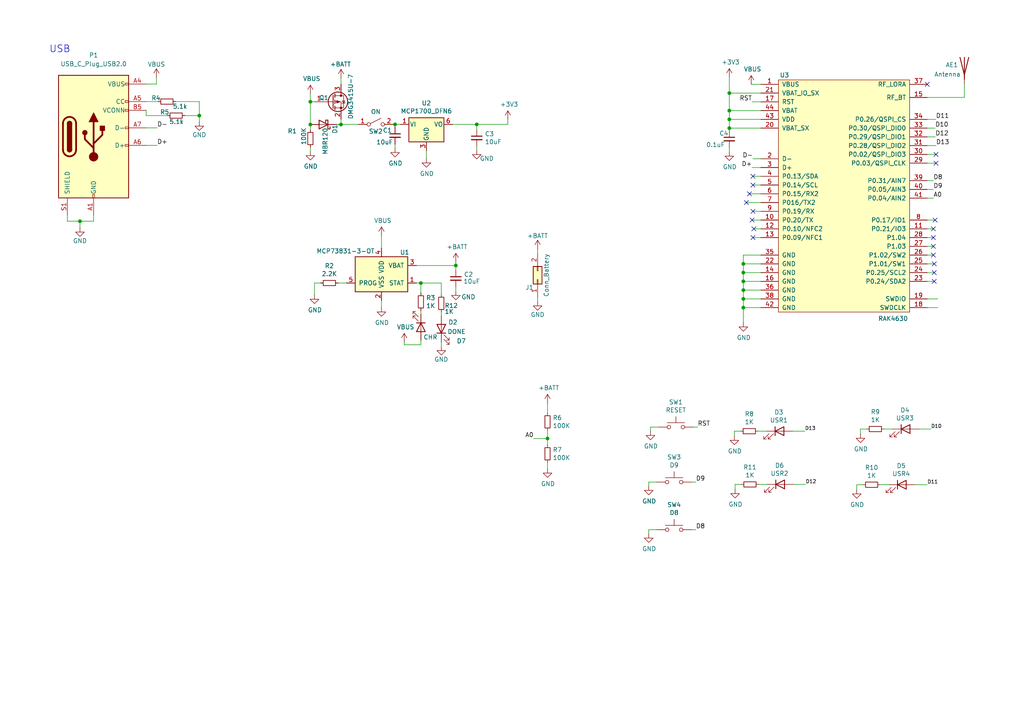
<source format=kicad_sch>
(kicad_sch (version 20211123) (generator eeschema)

  (uuid 55992e35-fe7b-468a-9b7a-1e4dc931b904)

  (paper "A4")

  (lib_symbols
    (symbol "BastFrontier-rescue:RAK4630-Electronic_Cats-BastEdge-rescue-BastFrontier-rescue-BastFrontier-rescue" (pin_names (offset 1.016)) (in_bom yes) (on_board yes)
      (property "Reference" "U" (id 0) (at 13.97 7.62 0)
        (effects (font (size 1.27 1.27)))
      )
      (property "Value" "RAK4630-Electronic_Cats-BastEdge-rescue-BastFrontier-rescue-BastFrontier-rescue" (id 1) (at -11.43 7.62 0)
        (effects (font (size 1.27 1.27)))
      )
      (property "Footprint" "" (id 2) (at -38.1 27.94 0)
        (effects (font (size 1.27 1.27)) hide)
      )
      (property "Datasheet" "" (id 3) (at -38.1 27.94 0)
        (effects (font (size 1.27 1.27)) hide)
      )
      (symbol "RAK4630-Electronic_Cats-BastEdge-rescue-BastFrontier-rescue-BastFrontier-rescue_0_1"
        (rectangle (start 19.05 6.35) (end -19.05 -60.96)
          (stroke (width 0) (type default) (color 0 0 0 0))
          (fill (type background))
        )
      )
      (symbol "RAK4630-Electronic_Cats-BastEdge-rescue-BastFrontier-rescue-BastFrontier-rescue_1_1"
        (pin input line (at -24.13 5.08 0) (length 5.08)
          (name "VBUS" (effects (font (size 1.27 1.27))))
          (number "1" (effects (font (size 1.27 1.27))))
        )
        (pin input line (at -24.13 -34.29 0) (length 5.08)
          (name "P0.20/TX" (effects (font (size 1.27 1.27))))
          (number "10" (effects (font (size 1.27 1.27))))
        )
        (pin input line (at 24.13 -36.83 180) (length 5.08)
          (name "P0.21/IO3" (effects (font (size 1.27 1.27))))
          (number "11" (effects (font (size 1.27 1.27))))
        )
        (pin input line (at -24.13 -36.83 0) (length 5.08)
          (name "P0.10/NFC2" (effects (font (size 1.27 1.27))))
          (number "12" (effects (font (size 1.27 1.27))))
        )
        (pin input line (at -24.13 -39.37 0) (length 5.08)
          (name "P0.09/NFC1" (effects (font (size 1.27 1.27))))
          (number "13" (effects (font (size 1.27 1.27))))
        )
        (pin input line (at -24.13 -49.53 0) (length 5.08)
          (name "GND" (effects (font (size 1.27 1.27))))
          (number "14" (effects (font (size 1.27 1.27))))
        )
        (pin input line (at 24.13 1.27 180) (length 5.08)
          (name "RF_BT" (effects (font (size 1.27 1.27))))
          (number "15" (effects (font (size 1.27 1.27))))
        )
        (pin input line (at -24.13 -52.07 0) (length 5.08)
          (name "GND" (effects (font (size 1.27 1.27))))
          (number "16" (effects (font (size 1.27 1.27))))
        )
        (pin input line (at -24.13 0 0) (length 5.08)
          (name "RST" (effects (font (size 1.27 1.27))))
          (number "17" (effects (font (size 1.27 1.27))))
        )
        (pin input line (at 24.13 -59.69 180) (length 5.08)
          (name "SWDCLK" (effects (font (size 1.27 1.27))))
          (number "18" (effects (font (size 1.27 1.27))))
        )
        (pin input line (at 24.13 -57.15 180) (length 5.08)
          (name "SWDIO" (effects (font (size 1.27 1.27))))
          (number "19" (effects (font (size 1.27 1.27))))
        )
        (pin input line (at -24.13 -16.51 0) (length 5.08)
          (name "D-" (effects (font (size 1.27 1.27))))
          (number "2" (effects (font (size 1.27 1.27))))
        )
        (pin input line (at -24.13 -7.62 0) (length 5.08)
          (name "VBAT_SX" (effects (font (size 1.27 1.27))))
          (number "20" (effects (font (size 1.27 1.27))))
        )
        (pin input line (at -24.13 2.54 0) (length 5.08)
          (name "VBAT_IO_SX" (effects (font (size 1.27 1.27))))
          (number "21" (effects (font (size 1.27 1.27))))
        )
        (pin input line (at -24.13 -46.99 0) (length 5.08)
          (name "GND" (effects (font (size 1.27 1.27))))
          (number "22" (effects (font (size 1.27 1.27))))
        )
        (pin input line (at 24.13 -52.07 180) (length 5.08)
          (name "P0.24/SDA2" (effects (font (size 1.27 1.27))))
          (number "23" (effects (font (size 1.27 1.27))))
        )
        (pin input line (at 24.13 -49.53 180) (length 5.08)
          (name "P0.25/SCL2" (effects (font (size 1.27 1.27))))
          (number "24" (effects (font (size 1.27 1.27))))
        )
        (pin input line (at 24.13 -46.99 180) (length 5.08)
          (name "P1.01/SW1" (effects (font (size 1.27 1.27))))
          (number "25" (effects (font (size 1.27 1.27))))
        )
        (pin input line (at 24.13 -44.45 180) (length 5.08)
          (name "P1.02/SW2" (effects (font (size 1.27 1.27))))
          (number "26" (effects (font (size 1.27 1.27))))
        )
        (pin input line (at 24.13 -41.91 180) (length 5.08)
          (name "P1.03" (effects (font (size 1.27 1.27))))
          (number "27" (effects (font (size 1.27 1.27))))
        )
        (pin input line (at 24.13 -39.37 180) (length 5.08)
          (name "P1.04" (effects (font (size 1.27 1.27))))
          (number "28" (effects (font (size 1.27 1.27))))
        )
        (pin input line (at 24.13 -17.78 180) (length 5.08)
          (name "P0.03/QSPI_CLK" (effects (font (size 1.27 1.27))))
          (number "29" (effects (font (size 1.27 1.27))))
        )
        (pin input line (at -24.13 -19.05 0) (length 5.08)
          (name "D+" (effects (font (size 1.27 1.27))))
          (number "3" (effects (font (size 1.27 1.27))))
        )
        (pin input line (at 24.13 -15.24 180) (length 5.08)
          (name "P0.02/QSPI_DIO3" (effects (font (size 1.27 1.27))))
          (number "30" (effects (font (size 1.27 1.27))))
        )
        (pin input line (at 24.13 -12.7 180) (length 5.08)
          (name "P0.28/QSPI_DIO2" (effects (font (size 1.27 1.27))))
          (number "31" (effects (font (size 1.27 1.27))))
        )
        (pin input line (at 24.13 -10.16 180) (length 5.08)
          (name "P0.29/QSPI_DIO1" (effects (font (size 1.27 1.27))))
          (number "32" (effects (font (size 1.27 1.27))))
        )
        (pin input line (at 24.13 -7.62 180) (length 5.08)
          (name "P0.30/QSPI_DIO0" (effects (font (size 1.27 1.27))))
          (number "33" (effects (font (size 1.27 1.27))))
        )
        (pin input line (at 24.13 -5.08 180) (length 5.08)
          (name "P0.26/QSPI_CS" (effects (font (size 1.27 1.27))))
          (number "34" (effects (font (size 1.27 1.27))))
        )
        (pin input line (at -24.13 -44.45 0) (length 5.08)
          (name "GND" (effects (font (size 1.27 1.27))))
          (number "35" (effects (font (size 1.27 1.27))))
        )
        (pin input line (at -24.13 -54.61 0) (length 5.08)
          (name "GND" (effects (font (size 1.27 1.27))))
          (number "36" (effects (font (size 1.27 1.27))))
        )
        (pin input line (at 24.13 5.08 180) (length 5.08)
          (name "RF_LORA" (effects (font (size 1.27 1.27))))
          (number "37" (effects (font (size 1.27 1.27))))
        )
        (pin input line (at -24.13 -57.15 0) (length 5.08)
          (name "GND" (effects (font (size 1.27 1.27))))
          (number "38" (effects (font (size 1.27 1.27))))
        )
        (pin input line (at 24.13 -22.86 180) (length 5.08)
          (name "P0.31/AIN7" (effects (font (size 1.27 1.27))))
          (number "39" (effects (font (size 1.27 1.27))))
        )
        (pin input line (at -24.13 -21.59 0) (length 5.08)
          (name "P0.13/SDA" (effects (font (size 1.27 1.27))))
          (number "4" (effects (font (size 1.27 1.27))))
        )
        (pin input line (at 24.13 -25.4 180) (length 5.08)
          (name "P0.05/AIN3" (effects (font (size 1.27 1.27))))
          (number "40" (effects (font (size 1.27 1.27))))
        )
        (pin input line (at 24.13 -27.94 180) (length 5.08)
          (name "P0.04/AIN2" (effects (font (size 1.27 1.27))))
          (number "41" (effects (font (size 1.27 1.27))))
        )
        (pin input line (at -24.13 -59.69 0) (length 5.08)
          (name "GND" (effects (font (size 1.27 1.27))))
          (number "42" (effects (font (size 1.27 1.27))))
        )
        (pin input line (at -24.13 -5.08 0) (length 5.08)
          (name "VDD" (effects (font (size 1.27 1.27))))
          (number "43" (effects (font (size 1.27 1.27))))
        )
        (pin input line (at -24.13 -2.54 0) (length 5.08)
          (name "VBAT" (effects (font (size 1.27 1.27))))
          (number "44" (effects (font (size 1.27 1.27))))
        )
        (pin input line (at -24.13 -24.13 0) (length 5.08)
          (name "P0.14/SCL" (effects (font (size 1.27 1.27))))
          (number "5" (effects (font (size 1.27 1.27))))
        )
        (pin input line (at -24.13 -26.67 0) (length 5.08)
          (name "P0.15/RX2" (effects (font (size 1.27 1.27))))
          (number "6" (effects (font (size 1.27 1.27))))
        )
        (pin input line (at -24.13 -29.21 0) (length 5.08)
          (name "P016/TX2" (effects (font (size 1.27 1.27))))
          (number "7" (effects (font (size 1.27 1.27))))
        )
        (pin input line (at 24.13 -34.29 180) (length 5.08)
          (name "P0.17/IO1" (effects (font (size 1.27 1.27))))
          (number "8" (effects (font (size 1.27 1.27))))
        )
        (pin input line (at -24.13 -31.75 0) (length 5.08)
          (name "P0.19/RX" (effects (font (size 1.27 1.27))))
          (number "9" (effects (font (size 1.27 1.27))))
        )
      )
    )
    (symbol "Battery_Management:MCP73831-3-OT" (pin_names (offset 1.016)) (in_bom yes) (on_board yes)
      (property "Reference" "U" (id 0) (at -7.62 6.35 0)
        (effects (font (size 1.27 1.27)) (justify left))
      )
      (property "Value" "MCP73831-3-OT" (id 1) (at 1.27 6.35 0)
        (effects (font (size 1.27 1.27)) (justify left))
      )
      (property "Footprint" "Package_TO_SOT_SMD:SOT-23-5" (id 2) (at 1.27 -6.35 0)
        (effects (font (size 1.27 1.27) italic) (justify left) hide)
      )
      (property "Datasheet" "http://ww1.microchip.com/downloads/en/DeviceDoc/20001984g.pdf" (id 3) (at -3.81 -1.27 0)
        (effects (font (size 1.27 1.27)) hide)
      )
      (property "ki_keywords" "battery charger lithium" (id 4) (at 0 0 0)
        (effects (font (size 1.27 1.27)) hide)
      )
      (property "ki_description" "Single cell, Li-Ion/Li-Po charge management controller, 4.35V, Tri-State Status Output, in SOT23-5 package" (id 5) (at 0 0 0)
        (effects (font (size 1.27 1.27)) hide)
      )
      (property "ki_fp_filters" "SOT?23*" (id 6) (at 0 0 0)
        (effects (font (size 1.27 1.27)) hide)
      )
      (symbol "MCP73831-3-OT_0_1"
        (rectangle (start -7.62 5.08) (end 7.62 -5.08)
          (stroke (width 0.254) (type default) (color 0 0 0 0))
          (fill (type background))
        )
      )
      (symbol "MCP73831-3-OT_1_1"
        (pin output line (at 10.16 -2.54 180) (length 2.54)
          (name "STAT" (effects (font (size 1.27 1.27))))
          (number "1" (effects (font (size 1.27 1.27))))
        )
        (pin power_in line (at 0 -7.62 90) (length 2.54)
          (name "VSS" (effects (font (size 1.27 1.27))))
          (number "2" (effects (font (size 1.27 1.27))))
        )
        (pin power_out line (at 10.16 2.54 180) (length 2.54)
          (name "VBAT" (effects (font (size 1.27 1.27))))
          (number "3" (effects (font (size 1.27 1.27))))
        )
        (pin power_in line (at 0 7.62 270) (length 2.54)
          (name "VDD" (effects (font (size 1.27 1.27))))
          (number "4" (effects (font (size 1.27 1.27))))
        )
        (pin input line (at -10.16 -2.54 0) (length 2.54)
          (name "PROG" (effects (font (size 1.27 1.27))))
          (number "5" (effects (font (size 1.27 1.27))))
        )
      )
    )
    (symbol "Connector:USB_C_Plug_USB2.0" (pin_names (offset 1.016)) (in_bom yes) (on_board yes)
      (property "Reference" "P" (id 0) (at -10.16 19.05 0)
        (effects (font (size 1.27 1.27)) (justify left))
      )
      (property "Value" "USB_C_Plug_USB2.0" (id 1) (at 12.7 19.05 0)
        (effects (font (size 1.27 1.27)) (justify right))
      )
      (property "Footprint" "" (id 2) (at 3.81 0 0)
        (effects (font (size 1.27 1.27)) hide)
      )
      (property "Datasheet" "https://www.usb.org/sites/default/files/documents/usb_type-c.zip" (id 3) (at 3.81 0 0)
        (effects (font (size 1.27 1.27)) hide)
      )
      (property "ki_keywords" "usb universal serial bus type-C USB2.0" (id 4) (at 0 0 0)
        (effects (font (size 1.27 1.27)) hide)
      )
      (property "ki_description" "USB 2.0-only Type-C Plug connector" (id 5) (at 0 0 0)
        (effects (font (size 1.27 1.27)) hide)
      )
      (property "ki_fp_filters" "USB*C*Plug*" (id 6) (at 0 0 0)
        (effects (font (size 1.27 1.27)) hide)
      )
      (symbol "USB_C_Plug_USB2.0_0_0"
        (rectangle (start -0.254 -17.78) (end 0.254 -16.764)
          (stroke (width 0) (type default) (color 0 0 0 0))
          (fill (type none))
        )
        (rectangle (start 10.16 -2.286) (end 9.144 -2.794)
          (stroke (width 0) (type default) (color 0 0 0 0))
          (fill (type none))
        )
        (rectangle (start 10.16 2.794) (end 9.144 2.286)
          (stroke (width 0) (type default) (color 0 0 0 0))
          (fill (type none))
        )
        (rectangle (start 10.16 7.874) (end 9.144 7.366)
          (stroke (width 0) (type default) (color 0 0 0 0))
          (fill (type none))
        )
        (rectangle (start 10.16 10.414) (end 9.144 9.906)
          (stroke (width 0) (type default) (color 0 0 0 0))
          (fill (type none))
        )
        (rectangle (start 10.16 15.494) (end 9.144 14.986)
          (stroke (width 0) (type default) (color 0 0 0 0))
          (fill (type none))
        )
      )
      (symbol "USB_C_Plug_USB2.0_0_1"
        (rectangle (start -10.16 17.78) (end 10.16 -17.78)
          (stroke (width 0.254) (type default) (color 0 0 0 0))
          (fill (type background))
        )
        (arc (start -8.89 -3.81) (mid -6.985 -5.715) (end -5.08 -3.81)
          (stroke (width 0.508) (type default) (color 0 0 0 0))
          (fill (type none))
        )
        (arc (start -7.62 -3.81) (mid -6.985 -4.445) (end -6.35 -3.81)
          (stroke (width 0.254) (type default) (color 0 0 0 0))
          (fill (type none))
        )
        (arc (start -7.62 -3.81) (mid -6.985 -4.445) (end -6.35 -3.81)
          (stroke (width 0.254) (type default) (color 0 0 0 0))
          (fill (type outline))
        )
        (rectangle (start -7.62 -3.81) (end -6.35 3.81)
          (stroke (width 0.254) (type default) (color 0 0 0 0))
          (fill (type outline))
        )
        (arc (start -6.35 3.81) (mid -6.985 4.445) (end -7.62 3.81)
          (stroke (width 0.254) (type default) (color 0 0 0 0))
          (fill (type none))
        )
        (arc (start -6.35 3.81) (mid -6.985 4.445) (end -7.62 3.81)
          (stroke (width 0.254) (type default) (color 0 0 0 0))
          (fill (type outline))
        )
        (arc (start -5.08 3.81) (mid -6.985 5.715) (end -8.89 3.81)
          (stroke (width 0.508) (type default) (color 0 0 0 0))
          (fill (type none))
        )
        (circle (center -2.54 1.143) (radius 0.635)
          (stroke (width 0.254) (type default) (color 0 0 0 0))
          (fill (type outline))
        )
        (circle (center 0 -5.842) (radius 1.27)
          (stroke (width 0) (type default) (color 0 0 0 0))
          (fill (type outline))
        )
        (polyline
          (pts
            (xy -8.89 -3.81)
            (xy -8.89 3.81)
          )
          (stroke (width 0.508) (type default) (color 0 0 0 0))
          (fill (type none))
        )
        (polyline
          (pts
            (xy -5.08 3.81)
            (xy -5.08 -3.81)
          )
          (stroke (width 0.508) (type default) (color 0 0 0 0))
          (fill (type none))
        )
        (polyline
          (pts
            (xy 0 -5.842)
            (xy 0 4.318)
          )
          (stroke (width 0.508) (type default) (color 0 0 0 0))
          (fill (type none))
        )
        (polyline
          (pts
            (xy 0 -3.302)
            (xy -2.54 -0.762)
            (xy -2.54 0.508)
          )
          (stroke (width 0.508) (type default) (color 0 0 0 0))
          (fill (type none))
        )
        (polyline
          (pts
            (xy 0 -2.032)
            (xy 2.54 0.508)
            (xy 2.54 1.778)
          )
          (stroke (width 0.508) (type default) (color 0 0 0 0))
          (fill (type none))
        )
        (polyline
          (pts
            (xy -1.27 4.318)
            (xy 0 6.858)
            (xy 1.27 4.318)
            (xy -1.27 4.318)
          )
          (stroke (width 0.254) (type default) (color 0 0 0 0))
          (fill (type outline))
        )
        (rectangle (start 1.905 1.778) (end 3.175 3.048)
          (stroke (width 0.254) (type default) (color 0 0 0 0))
          (fill (type outline))
        )
      )
      (symbol "USB_C_Plug_USB2.0_1_1"
        (pin passive line (at 0 -22.86 90) (length 5.08)
          (name "GND" (effects (font (size 1.27 1.27))))
          (number "A1" (effects (font (size 1.27 1.27))))
        )
        (pin passive line (at 0 -22.86 90) (length 5.08) hide
          (name "GND" (effects (font (size 1.27 1.27))))
          (number "A12" (effects (font (size 1.27 1.27))))
        )
        (pin passive line (at 15.24 15.24 180) (length 5.08)
          (name "VBUS" (effects (font (size 1.27 1.27))))
          (number "A4" (effects (font (size 1.27 1.27))))
        )
        (pin bidirectional line (at 15.24 10.16 180) (length 5.08)
          (name "CC" (effects (font (size 1.27 1.27))))
          (number "A5" (effects (font (size 1.27 1.27))))
        )
        (pin bidirectional line (at 15.24 -2.54 180) (length 5.08)
          (name "D+" (effects (font (size 1.27 1.27))))
          (number "A6" (effects (font (size 1.27 1.27))))
        )
        (pin bidirectional line (at 15.24 2.54 180) (length 5.08)
          (name "D-" (effects (font (size 1.27 1.27))))
          (number "A7" (effects (font (size 1.27 1.27))))
        )
        (pin passive line (at 15.24 15.24 180) (length 5.08) hide
          (name "VBUS" (effects (font (size 1.27 1.27))))
          (number "A9" (effects (font (size 1.27 1.27))))
        )
        (pin passive line (at 0 -22.86 90) (length 5.08) hide
          (name "GND" (effects (font (size 1.27 1.27))))
          (number "B1" (effects (font (size 1.27 1.27))))
        )
        (pin passive line (at 0 -22.86 90) (length 5.08) hide
          (name "GND" (effects (font (size 1.27 1.27))))
          (number "B12" (effects (font (size 1.27 1.27))))
        )
        (pin passive line (at 15.24 15.24 180) (length 5.08) hide
          (name "VBUS" (effects (font (size 1.27 1.27))))
          (number "B4" (effects (font (size 1.27 1.27))))
        )
        (pin bidirectional line (at 15.24 7.62 180) (length 5.08)
          (name "VCONN" (effects (font (size 1.27 1.27))))
          (number "B5" (effects (font (size 1.27 1.27))))
        )
        (pin passive line (at 15.24 15.24 180) (length 5.08) hide
          (name "VBUS" (effects (font (size 1.27 1.27))))
          (number "B9" (effects (font (size 1.27 1.27))))
        )
        (pin passive line (at -7.62 -22.86 90) (length 5.08)
          (name "SHIELD" (effects (font (size 1.27 1.27))))
          (number "S1" (effects (font (size 1.27 1.27))))
        )
      )
    )
    (symbol "Connector_Generic:Conn_02x01" (pin_names (offset 1.016) hide) (in_bom yes) (on_board yes)
      (property "Reference" "J" (id 0) (at 1.27 2.54 0)
        (effects (font (size 1.27 1.27)))
      )
      (property "Value" "Conn_02x01" (id 1) (at 1.27 -2.54 0)
        (effects (font (size 1.27 1.27)))
      )
      (property "Footprint" "" (id 2) (at 0 0 0)
        (effects (font (size 1.27 1.27)) hide)
      )
      (property "Datasheet" "~" (id 3) (at 0 0 0)
        (effects (font (size 1.27 1.27)) hide)
      )
      (property "ki_keywords" "connector" (id 4) (at 0 0 0)
        (effects (font (size 1.27 1.27)) hide)
      )
      (property "ki_description" "Generic connector, double row, 02x01, this symbol is compatible with counter-clockwise, top-bottom and odd-even numbering schemes., script generated (kicad-library-utils/schlib/autogen/connector/)" (id 5) (at 0 0 0)
        (effects (font (size 1.27 1.27)) hide)
      )
      (property "ki_fp_filters" "Connector*:*_2x??_*" (id 6) (at 0 0 0)
        (effects (font (size 1.27 1.27)) hide)
      )
      (symbol "Conn_02x01_1_1"
        (rectangle (start -1.27 0.127) (end 0 -0.127)
          (stroke (width 0.1524) (type default) (color 0 0 0 0))
          (fill (type none))
        )
        (rectangle (start -1.27 1.27) (end 3.81 -1.27)
          (stroke (width 0.254) (type default) (color 0 0 0 0))
          (fill (type background))
        )
        (rectangle (start 3.81 0.127) (end 2.54 -0.127)
          (stroke (width 0.1524) (type default) (color 0 0 0 0))
          (fill (type none))
        )
        (pin passive line (at -5.08 0 0) (length 3.81)
          (name "Pin_1" (effects (font (size 1.27 1.27))))
          (number "1" (effects (font (size 1.27 1.27))))
        )
        (pin passive line (at 7.62 0 180) (length 3.81)
          (name "Pin_2" (effects (font (size 1.27 1.27))))
          (number "2" (effects (font (size 1.27 1.27))))
        )
      )
    )
    (symbol "Device:Antenna" (pin_numbers hide) (pin_names (offset 1.016) hide) (in_bom yes) (on_board yes)
      (property "Reference" "AE" (id 0) (at -1.905 1.905 0)
        (effects (font (size 1.27 1.27)) (justify right))
      )
      (property "Value" "Antenna" (id 1) (at -1.905 0 0)
        (effects (font (size 1.27 1.27)) (justify right))
      )
      (property "Footprint" "" (id 2) (at 0 0 0)
        (effects (font (size 1.27 1.27)) hide)
      )
      (property "Datasheet" "~" (id 3) (at 0 0 0)
        (effects (font (size 1.27 1.27)) hide)
      )
      (property "ki_keywords" "antenna" (id 4) (at 0 0 0)
        (effects (font (size 1.27 1.27)) hide)
      )
      (property "ki_description" "Antenna" (id 5) (at 0 0 0)
        (effects (font (size 1.27 1.27)) hide)
      )
      (symbol "Antenna_0_1"
        (polyline
          (pts
            (xy 0 2.54)
            (xy 0 -3.81)
          )
          (stroke (width 0.254) (type default) (color 0 0 0 0))
          (fill (type none))
        )
        (polyline
          (pts
            (xy 1.27 2.54)
            (xy 0 -2.54)
            (xy -1.27 2.54)
          )
          (stroke (width 0.254) (type default) (color 0 0 0 0))
          (fill (type none))
        )
      )
      (symbol "Antenna_1_1"
        (pin input line (at 0 -5.08 90) (length 2.54)
          (name "A" (effects (font (size 1.27 1.27))))
          (number "1" (effects (font (size 1.27 1.27))))
        )
      )
    )
    (symbol "Device:C_Small" (pin_numbers hide) (pin_names (offset 0.254) hide) (in_bom yes) (on_board yes)
      (property "Reference" "C" (id 0) (at 0.254 1.778 0)
        (effects (font (size 1.27 1.27)) (justify left))
      )
      (property "Value" "C_Small" (id 1) (at 0.254 -2.032 0)
        (effects (font (size 1.27 1.27)) (justify left))
      )
      (property "Footprint" "" (id 2) (at 0 0 0)
        (effects (font (size 1.27 1.27)) hide)
      )
      (property "Datasheet" "~" (id 3) (at 0 0 0)
        (effects (font (size 1.27 1.27)) hide)
      )
      (property "ki_keywords" "capacitor cap" (id 4) (at 0 0 0)
        (effects (font (size 1.27 1.27)) hide)
      )
      (property "ki_description" "Unpolarized capacitor, small symbol" (id 5) (at 0 0 0)
        (effects (font (size 1.27 1.27)) hide)
      )
      (property "ki_fp_filters" "C_*" (id 6) (at 0 0 0)
        (effects (font (size 1.27 1.27)) hide)
      )
      (symbol "C_Small_0_1"
        (polyline
          (pts
            (xy -1.524 -0.508)
            (xy 1.524 -0.508)
          )
          (stroke (width 0.3302) (type default) (color 0 0 0 0))
          (fill (type none))
        )
        (polyline
          (pts
            (xy -1.524 0.508)
            (xy 1.524 0.508)
          )
          (stroke (width 0.3048) (type default) (color 0 0 0 0))
          (fill (type none))
        )
      )
      (symbol "C_Small_1_1"
        (pin passive line (at 0 2.54 270) (length 2.032)
          (name "~" (effects (font (size 1.27 1.27))))
          (number "1" (effects (font (size 1.27 1.27))))
        )
        (pin passive line (at 0 -2.54 90) (length 2.032)
          (name "~" (effects (font (size 1.27 1.27))))
          (number "2" (effects (font (size 1.27 1.27))))
        )
      )
    )
    (symbol "Device:LED" (pin_numbers hide) (pin_names (offset 1.016) hide) (in_bom yes) (on_board yes)
      (property "Reference" "D" (id 0) (at 0 2.54 0)
        (effects (font (size 1.27 1.27)))
      )
      (property "Value" "LED" (id 1) (at 0 -2.54 0)
        (effects (font (size 1.27 1.27)))
      )
      (property "Footprint" "" (id 2) (at 0 0 0)
        (effects (font (size 1.27 1.27)) hide)
      )
      (property "Datasheet" "~" (id 3) (at 0 0 0)
        (effects (font (size 1.27 1.27)) hide)
      )
      (property "ki_keywords" "LED diode" (id 4) (at 0 0 0)
        (effects (font (size 1.27 1.27)) hide)
      )
      (property "ki_description" "Light emitting diode" (id 5) (at 0 0 0)
        (effects (font (size 1.27 1.27)) hide)
      )
      (property "ki_fp_filters" "LED* LED_SMD:* LED_THT:*" (id 6) (at 0 0 0)
        (effects (font (size 1.27 1.27)) hide)
      )
      (symbol "LED_0_1"
        (polyline
          (pts
            (xy -1.27 -1.27)
            (xy -1.27 1.27)
          )
          (stroke (width 0.254) (type default) (color 0 0 0 0))
          (fill (type none))
        )
        (polyline
          (pts
            (xy -1.27 0)
            (xy 1.27 0)
          )
          (stroke (width 0) (type default) (color 0 0 0 0))
          (fill (type none))
        )
        (polyline
          (pts
            (xy 1.27 -1.27)
            (xy 1.27 1.27)
            (xy -1.27 0)
            (xy 1.27 -1.27)
          )
          (stroke (width 0.254) (type default) (color 0 0 0 0))
          (fill (type none))
        )
        (polyline
          (pts
            (xy -3.048 -0.762)
            (xy -4.572 -2.286)
            (xy -3.81 -2.286)
            (xy -4.572 -2.286)
            (xy -4.572 -1.524)
          )
          (stroke (width 0) (type default) (color 0 0 0 0))
          (fill (type none))
        )
        (polyline
          (pts
            (xy -1.778 -0.762)
            (xy -3.302 -2.286)
            (xy -2.54 -2.286)
            (xy -3.302 -2.286)
            (xy -3.302 -1.524)
          )
          (stroke (width 0) (type default) (color 0 0 0 0))
          (fill (type none))
        )
      )
      (symbol "LED_1_1"
        (pin passive line (at -3.81 0 0) (length 2.54)
          (name "K" (effects (font (size 1.27 1.27))))
          (number "1" (effects (font (size 1.27 1.27))))
        )
        (pin passive line (at 3.81 0 180) (length 2.54)
          (name "A" (effects (font (size 1.27 1.27))))
          (number "2" (effects (font (size 1.27 1.27))))
        )
      )
    )
    (symbol "Device:R_Small" (pin_numbers hide) (pin_names (offset 0.254) hide) (in_bom yes) (on_board yes)
      (property "Reference" "R" (id 0) (at 0.762 0.508 0)
        (effects (font (size 1.27 1.27)) (justify left))
      )
      (property "Value" "R_Small" (id 1) (at 0.762 -1.016 0)
        (effects (font (size 1.27 1.27)) (justify left))
      )
      (property "Footprint" "" (id 2) (at 0 0 0)
        (effects (font (size 1.27 1.27)) hide)
      )
      (property "Datasheet" "~" (id 3) (at 0 0 0)
        (effects (font (size 1.27 1.27)) hide)
      )
      (property "ki_keywords" "R resistor" (id 4) (at 0 0 0)
        (effects (font (size 1.27 1.27)) hide)
      )
      (property "ki_description" "Resistor, small symbol" (id 5) (at 0 0 0)
        (effects (font (size 1.27 1.27)) hide)
      )
      (property "ki_fp_filters" "R_*" (id 6) (at 0 0 0)
        (effects (font (size 1.27 1.27)) hide)
      )
      (symbol "R_Small_0_1"
        (rectangle (start -0.762 1.778) (end 0.762 -1.778)
          (stroke (width 0.2032) (type default) (color 0 0 0 0))
          (fill (type none))
        )
      )
      (symbol "R_Small_1_1"
        (pin passive line (at 0 2.54 270) (length 0.762)
          (name "~" (effects (font (size 1.27 1.27))))
          (number "1" (effects (font (size 1.27 1.27))))
        )
        (pin passive line (at 0 -2.54 90) (length 0.762)
          (name "~" (effects (font (size 1.27 1.27))))
          (number "2" (effects (font (size 1.27 1.27))))
        )
      )
    )
    (symbol "Diode:MBR340" (pin_numbers hide) (pin_names (offset 1.016) hide) (in_bom yes) (on_board yes)
      (property "Reference" "D" (id 0) (at 0 2.54 0)
        (effects (font (size 1.27 1.27)))
      )
      (property "Value" "MBR340" (id 1) (at 0 -2.54 0)
        (effects (font (size 1.27 1.27)))
      )
      (property "Footprint" "Diode_THT:D_DO-201AD_P15.24mm_Horizontal" (id 2) (at 0 -4.445 0)
        (effects (font (size 1.27 1.27)) hide)
      )
      (property "Datasheet" "http://www.onsemi.com/pub_link/Collateral/MBR340-D.PDF" (id 3) (at 0 0 0)
        (effects (font (size 1.27 1.27)) hide)
      )
      (property "ki_keywords" "diode Schottky" (id 4) (at 0 0 0)
        (effects (font (size 1.27 1.27)) hide)
      )
      (property "ki_description" "40V 3A Schottky Barrier Rectifier Diode, DO-201AD" (id 5) (at 0 0 0)
        (effects (font (size 1.27 1.27)) hide)
      )
      (property "ki_fp_filters" "D*DO?201AD*" (id 6) (at 0 0 0)
        (effects (font (size 1.27 1.27)) hide)
      )
      (symbol "MBR340_0_1"
        (polyline
          (pts
            (xy 1.27 0)
            (xy -1.27 0)
          )
          (stroke (width 0) (type default) (color 0 0 0 0))
          (fill (type none))
        )
        (polyline
          (pts
            (xy 1.27 1.27)
            (xy 1.27 -1.27)
            (xy -1.27 0)
            (xy 1.27 1.27)
          )
          (stroke (width 0.254) (type default) (color 0 0 0 0))
          (fill (type none))
        )
        (polyline
          (pts
            (xy -1.905 0.635)
            (xy -1.905 1.27)
            (xy -1.27 1.27)
            (xy -1.27 -1.27)
            (xy -0.635 -1.27)
            (xy -0.635 -0.635)
          )
          (stroke (width 0.254) (type default) (color 0 0 0 0))
          (fill (type none))
        )
      )
      (symbol "MBR340_1_1"
        (pin passive line (at -3.81 0 0) (length 2.54)
          (name "K" (effects (font (size 1.27 1.27))))
          (number "1" (effects (font (size 1.27 1.27))))
        )
        (pin passive line (at 3.81 0 180) (length 2.54)
          (name "A" (effects (font (size 1.27 1.27))))
          (number "2" (effects (font (size 1.27 1.27))))
        )
      )
    )
    (symbol "Switch:SW_Push" (pin_numbers hide) (pin_names (offset 1.016) hide) (in_bom yes) (on_board yes)
      (property "Reference" "SW" (id 0) (at 1.27 2.54 0)
        (effects (font (size 1.27 1.27)) (justify left))
      )
      (property "Value" "SW_Push" (id 1) (at 0 -1.524 0)
        (effects (font (size 1.27 1.27)))
      )
      (property "Footprint" "" (id 2) (at 0 5.08 0)
        (effects (font (size 1.27 1.27)) hide)
      )
      (property "Datasheet" "~" (id 3) (at 0 5.08 0)
        (effects (font (size 1.27 1.27)) hide)
      )
      (property "ki_keywords" "switch normally-open pushbutton push-button" (id 4) (at 0 0 0)
        (effects (font (size 1.27 1.27)) hide)
      )
      (property "ki_description" "Push button switch, generic, two pins" (id 5) (at 0 0 0)
        (effects (font (size 1.27 1.27)) hide)
      )
      (symbol "SW_Push_0_1"
        (circle (center -2.032 0) (radius 0.508)
          (stroke (width 0) (type default) (color 0 0 0 0))
          (fill (type none))
        )
        (polyline
          (pts
            (xy 0 1.27)
            (xy 0 3.048)
          )
          (stroke (width 0) (type default) (color 0 0 0 0))
          (fill (type none))
        )
        (polyline
          (pts
            (xy 2.54 1.27)
            (xy -2.54 1.27)
          )
          (stroke (width 0) (type default) (color 0 0 0 0))
          (fill (type none))
        )
        (circle (center 2.032 0) (radius 0.508)
          (stroke (width 0) (type default) (color 0 0 0 0))
          (fill (type none))
        )
        (pin passive line (at -5.08 0 0) (length 2.54)
          (name "1" (effects (font (size 1.27 1.27))))
          (number "1" (effects (font (size 1.27 1.27))))
        )
        (pin passive line (at 5.08 0 180) (length 2.54)
          (name "2" (effects (font (size 1.27 1.27))))
          (number "2" (effects (font (size 1.27 1.27))))
        )
      )
    )
    (symbol "Switch:SW_SPST" (pin_names (offset 0) hide) (in_bom yes) (on_board yes)
      (property "Reference" "SW" (id 0) (at 0 3.175 0)
        (effects (font (size 1.27 1.27)))
      )
      (property "Value" "SW_SPST" (id 1) (at 0 -2.54 0)
        (effects (font (size 1.27 1.27)))
      )
      (property "Footprint" "" (id 2) (at 0 0 0)
        (effects (font (size 1.27 1.27)) hide)
      )
      (property "Datasheet" "~" (id 3) (at 0 0 0)
        (effects (font (size 1.27 1.27)) hide)
      )
      (property "ki_keywords" "switch lever" (id 4) (at 0 0 0)
        (effects (font (size 1.27 1.27)) hide)
      )
      (property "ki_description" "Single Pole Single Throw (SPST) switch" (id 5) (at 0 0 0)
        (effects (font (size 1.27 1.27)) hide)
      )
      (symbol "SW_SPST_0_0"
        (circle (center -2.032 0) (radius 0.508)
          (stroke (width 0) (type default) (color 0 0 0 0))
          (fill (type none))
        )
        (polyline
          (pts
            (xy -1.524 0.254)
            (xy 1.524 1.778)
          )
          (stroke (width 0) (type default) (color 0 0 0 0))
          (fill (type none))
        )
        (circle (center 2.032 0) (radius 0.508)
          (stroke (width 0) (type default) (color 0 0 0 0))
          (fill (type none))
        )
      )
      (symbol "SW_SPST_1_1"
        (pin passive line (at -5.08 0 0) (length 2.54)
          (name "A" (effects (font (size 1.27 1.27))))
          (number "1" (effects (font (size 1.27 1.27))))
        )
        (pin passive line (at 5.08 0 180) (length 2.54)
          (name "B" (effects (font (size 1.27 1.27))))
          (number "2" (effects (font (size 1.27 1.27))))
        )
      )
    )
    (symbol "bastwan-wle-rescue:DMG2301L-Transistor_FET-Bast_WAN-rescue" (pin_names (offset 0) hide) (in_bom yes) (on_board yes)
      (property "Reference" "Q" (id 0) (at 5.08 1.905 0)
        (effects (font (size 1.27 1.27)) (justify left))
      )
      (property "Value" "DMG2301L-Transistor_FET-Bast_WAN-rescue" (id 1) (at 5.08 0 0)
        (effects (font (size 1.27 1.27)) (justify left))
      )
      (property "Footprint" "Package_TO_SOT_SMD:SOT-23" (id 2) (at 5.08 -1.905 0)
        (effects (font (size 1.27 1.27) italic) (justify left) hide)
      )
      (property "Datasheet" "" (id 3) (at 0 0 0)
        (effects (font (size 1.27 1.27)) (justify left) hide)
      )
      (property "ki_fp_filters" "SOT?23*" (id 4) (at 0 0 0)
        (effects (font (size 1.27 1.27)) hide)
      )
      (symbol "DMG2301L-Transistor_FET-Bast_WAN-rescue_0_1"
        (polyline
          (pts
            (xy -2.54 0)
            (xy 0.254 0)
          )
          (stroke (width 0) (type default) (color 0 0 0 0))
          (fill (type none))
        )
        (polyline
          (pts
            (xy 0.762 -1.778)
            (xy 2.54 -1.778)
          )
          (stroke (width 0) (type default) (color 0 0 0 0))
          (fill (type none))
        )
        (polyline
          (pts
            (xy 0.762 -1.27)
            (xy 0.762 -2.286)
          )
          (stroke (width 0.254) (type default) (color 0 0 0 0))
          (fill (type none))
        )
        (polyline
          (pts
            (xy 0.762 0)
            (xy 2.54 0)
          )
          (stroke (width 0) (type default) (color 0 0 0 0))
          (fill (type none))
        )
        (polyline
          (pts
            (xy 0.762 0.508)
            (xy 0.762 -0.508)
          )
          (stroke (width 0.254) (type default) (color 0 0 0 0))
          (fill (type none))
        )
        (polyline
          (pts
            (xy 0.762 1.778)
            (xy 2.54 1.778)
          )
          (stroke (width 0) (type default) (color 0 0 0 0))
          (fill (type none))
        )
        (polyline
          (pts
            (xy 0.762 2.286)
            (xy 0.762 1.27)
          )
          (stroke (width 0.254) (type default) (color 0 0 0 0))
          (fill (type none))
        )
        (polyline
          (pts
            (xy 2.54 -1.778)
            (xy 2.54 -2.54)
          )
          (stroke (width 0) (type default) (color 0 0 0 0))
          (fill (type none))
        )
        (polyline
          (pts
            (xy 2.54 -1.778)
            (xy 2.54 0)
          )
          (stroke (width 0) (type default) (color 0 0 0 0))
          (fill (type none))
        )
        (polyline
          (pts
            (xy 2.54 2.54)
            (xy 2.54 1.778)
          )
          (stroke (width 0) (type default) (color 0 0 0 0))
          (fill (type none))
        )
        (polyline
          (pts
            (xy 0.254 1.905)
            (xy 0.254 -1.905)
            (xy 0.254 -1.905)
          )
          (stroke (width 0.254) (type default) (color 0 0 0 0))
          (fill (type none))
        )
        (polyline
          (pts
            (xy 2.286 0)
            (xy 1.27 -0.381)
            (xy 1.27 0.381)
            (xy 2.286 0)
          )
          (stroke (width 0) (type default) (color 0 0 0 0))
          (fill (type outline))
        )
        (polyline
          (pts
            (xy 2.54 -1.778)
            (xy 3.302 -1.778)
            (xy 3.302 1.778)
            (xy 2.54 1.778)
          )
          (stroke (width 0) (type default) (color 0 0 0 0))
          (fill (type none))
        )
        (polyline
          (pts
            (xy 2.794 -0.508)
            (xy 2.921 -0.381)
            (xy 3.683 -0.381)
            (xy 3.81 -0.254)
          )
          (stroke (width 0) (type default) (color 0 0 0 0))
          (fill (type none))
        )
        (polyline
          (pts
            (xy 3.302 -0.381)
            (xy 2.921 0.254)
            (xy 3.683 0.254)
            (xy 3.302 -0.381)
          )
          (stroke (width 0) (type default) (color 0 0 0 0))
          (fill (type none))
        )
        (circle (center 1.651 0) (radius 2.8194)
          (stroke (width 0.254) (type default) (color 0 0 0 0))
          (fill (type none))
        )
        (circle (center 2.54 -1.778) (radius 0.2794)
          (stroke (width 0) (type default) (color 0 0 0 0))
          (fill (type outline))
        )
        (circle (center 2.54 1.778) (radius 0.2794)
          (stroke (width 0) (type default) (color 0 0 0 0))
          (fill (type outline))
        )
      )
      (symbol "DMG2301L-Transistor_FET-Bast_WAN-rescue_1_1"
        (pin input line (at -5.08 0 0) (length 2.54)
          (name "G" (effects (font (size 1.27 1.27))))
          (number "1" (effects (font (size 1.27 1.27))))
        )
        (pin passive line (at 2.54 -5.08 90) (length 2.54)
          (name "S" (effects (font (size 1.27 1.27))))
          (number "2" (effects (font (size 1.27 1.27))))
        )
        (pin passive line (at 2.54 5.08 270) (length 2.54)
          (name "D" (effects (font (size 1.27 1.27))))
          (number "3" (effects (font (size 1.27 1.27))))
        )
      )
    )
    (symbol "bastwan-wle-rescue:MCP1700_DFN6-Regulator" (pin_names (offset 0.254)) (in_bom yes) (on_board yes)
      (property "Reference" "U" (id 0) (at -3.81 3.175 0)
        (effects (font (size 1.27 1.27)))
      )
      (property "Value" "MCP1700_DFN6-Regulator" (id 1) (at 0 3.175 0)
        (effects (font (size 1.27 1.27)) (justify left))
      )
      (property "Footprint" "Package_TO_SOT_SMD:SOT-23" (id 2) (at 0 5.715 0)
        (effects (font (size 1.27 1.27)) hide)
      )
      (property "Datasheet" "" (id 3) (at 0 0 0)
        (effects (font (size 1.27 1.27)) hide)
      )
      (property "ki_fp_filters" "SOT?23*" (id 4) (at 0 0 0)
        (effects (font (size 1.27 1.27)) hide)
      )
      (symbol "MCP1700_DFN6-Regulator_0_1"
        (rectangle (start -5.08 1.905) (end 5.08 -5.08)
          (stroke (width 0.254) (type default) (color 0 0 0 0))
          (fill (type background))
        )
      )
      (symbol "MCP1700_DFN6-Regulator_1_1"
        (pin power_in line (at -7.62 0 0) (length 2.54)
          (name "VI" (effects (font (size 1.27 1.27))))
          (number "1" (effects (font (size 1.27 1.27))))
        )
        (pin power_in line (at 0 -7.62 90) (length 2.54)
          (name "GND" (effects (font (size 1.27 1.27))))
          (number "3" (effects (font (size 1.27 1.27))))
        )
        (pin power_out line (at 7.62 0 180) (length 2.54)
          (name "VO" (effects (font (size 1.27 1.27))))
          (number "6" (effects (font (size 1.27 1.27))))
        )
      )
    )
    (symbol "power:+3V3" (power) (pin_names (offset 0)) (in_bom yes) (on_board yes)
      (property "Reference" "#PWR" (id 0) (at 0 -3.81 0)
        (effects (font (size 1.27 1.27)) hide)
      )
      (property "Value" "+3V3" (id 1) (at 0 3.556 0)
        (effects (font (size 1.27 1.27)))
      )
      (property "Footprint" "" (id 2) (at 0 0 0)
        (effects (font (size 1.27 1.27)) hide)
      )
      (property "Datasheet" "" (id 3) (at 0 0 0)
        (effects (font (size 1.27 1.27)) hide)
      )
      (property "ki_keywords" "power-flag" (id 4) (at 0 0 0)
        (effects (font (size 1.27 1.27)) hide)
      )
      (property "ki_description" "Power symbol creates a global label with name \"+3V3\"" (id 5) (at 0 0 0)
        (effects (font (size 1.27 1.27)) hide)
      )
      (symbol "+3V3_0_1"
        (polyline
          (pts
            (xy -0.762 1.27)
            (xy 0 2.54)
          )
          (stroke (width 0) (type default) (color 0 0 0 0))
          (fill (type none))
        )
        (polyline
          (pts
            (xy 0 0)
            (xy 0 2.54)
          )
          (stroke (width 0) (type default) (color 0 0 0 0))
          (fill (type none))
        )
        (polyline
          (pts
            (xy 0 2.54)
            (xy 0.762 1.27)
          )
          (stroke (width 0) (type default) (color 0 0 0 0))
          (fill (type none))
        )
      )
      (symbol "+3V3_1_1"
        (pin power_in line (at 0 0 90) (length 0) hide
          (name "+3V3" (effects (font (size 1.27 1.27))))
          (number "1" (effects (font (size 1.27 1.27))))
        )
      )
    )
    (symbol "power:+BATT" (power) (pin_names (offset 0)) (in_bom yes) (on_board yes)
      (property "Reference" "#PWR" (id 0) (at 0 -3.81 0)
        (effects (font (size 1.27 1.27)) hide)
      )
      (property "Value" "+BATT" (id 1) (at 0 3.556 0)
        (effects (font (size 1.27 1.27)))
      )
      (property "Footprint" "" (id 2) (at 0 0 0)
        (effects (font (size 1.27 1.27)) hide)
      )
      (property "Datasheet" "" (id 3) (at 0 0 0)
        (effects (font (size 1.27 1.27)) hide)
      )
      (property "ki_keywords" "power-flag battery" (id 4) (at 0 0 0)
        (effects (font (size 1.27 1.27)) hide)
      )
      (property "ki_description" "Power symbol creates a global label with name \"+BATT\"" (id 5) (at 0 0 0)
        (effects (font (size 1.27 1.27)) hide)
      )
      (symbol "+BATT_0_1"
        (polyline
          (pts
            (xy -0.762 1.27)
            (xy 0 2.54)
          )
          (stroke (width 0) (type default) (color 0 0 0 0))
          (fill (type none))
        )
        (polyline
          (pts
            (xy 0 0)
            (xy 0 2.54)
          )
          (stroke (width 0) (type default) (color 0 0 0 0))
          (fill (type none))
        )
        (polyline
          (pts
            (xy 0 2.54)
            (xy 0.762 1.27)
          )
          (stroke (width 0) (type default) (color 0 0 0 0))
          (fill (type none))
        )
      )
      (symbol "+BATT_1_1"
        (pin power_in line (at 0 0 90) (length 0) hide
          (name "+BATT" (effects (font (size 1.27 1.27))))
          (number "1" (effects (font (size 1.27 1.27))))
        )
      )
    )
    (symbol "power:GND" (power) (pin_names (offset 0)) (in_bom yes) (on_board yes)
      (property "Reference" "#PWR" (id 0) (at 0 -6.35 0)
        (effects (font (size 1.27 1.27)) hide)
      )
      (property "Value" "GND" (id 1) (at 0 -3.81 0)
        (effects (font (size 1.27 1.27)))
      )
      (property "Footprint" "" (id 2) (at 0 0 0)
        (effects (font (size 1.27 1.27)) hide)
      )
      (property "Datasheet" "" (id 3) (at 0 0 0)
        (effects (font (size 1.27 1.27)) hide)
      )
      (property "ki_keywords" "power-flag" (id 4) (at 0 0 0)
        (effects (font (size 1.27 1.27)) hide)
      )
      (property "ki_description" "Power symbol creates a global label with name \"GND\" , ground" (id 5) (at 0 0 0)
        (effects (font (size 1.27 1.27)) hide)
      )
      (symbol "GND_0_1"
        (polyline
          (pts
            (xy 0 0)
            (xy 0 -1.27)
            (xy 1.27 -1.27)
            (xy 0 -2.54)
            (xy -1.27 -1.27)
            (xy 0 -1.27)
          )
          (stroke (width 0) (type default) (color 0 0 0 0))
          (fill (type none))
        )
      )
      (symbol "GND_1_1"
        (pin power_in line (at 0 0 270) (length 0) hide
          (name "GND" (effects (font (size 1.27 1.27))))
          (number "1" (effects (font (size 1.27 1.27))))
        )
      )
    )
    (symbol "power:VBUS" (power) (pin_names (offset 0)) (in_bom yes) (on_board yes)
      (property "Reference" "#PWR" (id 0) (at 0 -3.81 0)
        (effects (font (size 1.27 1.27)) hide)
      )
      (property "Value" "VBUS" (id 1) (at 0 3.81 0)
        (effects (font (size 1.27 1.27)))
      )
      (property "Footprint" "" (id 2) (at 0 0 0)
        (effects (font (size 1.27 1.27)) hide)
      )
      (property "Datasheet" "" (id 3) (at 0 0 0)
        (effects (font (size 1.27 1.27)) hide)
      )
      (property "ki_keywords" "power-flag" (id 4) (at 0 0 0)
        (effects (font (size 1.27 1.27)) hide)
      )
      (property "ki_description" "Power symbol creates a global label with name \"VBUS\"" (id 5) (at 0 0 0)
        (effects (font (size 1.27 1.27)) hide)
      )
      (symbol "VBUS_0_1"
        (polyline
          (pts
            (xy -0.762 1.27)
            (xy 0 2.54)
          )
          (stroke (width 0) (type default) (color 0 0 0 0))
          (fill (type none))
        )
        (polyline
          (pts
            (xy 0 0)
            (xy 0 2.54)
          )
          (stroke (width 0) (type default) (color 0 0 0 0))
          (fill (type none))
        )
        (polyline
          (pts
            (xy 0 2.54)
            (xy 0.762 1.27)
          )
          (stroke (width 0) (type default) (color 0 0 0 0))
          (fill (type none))
        )
      )
      (symbol "VBUS_1_1"
        (pin power_in line (at 0 0 90) (length 0) hide
          (name "VBUS" (effects (font (size 1.27 1.27))))
          (number "1" (effects (font (size 1.27 1.27))))
        )
      )
    )
  )

  (junction (at 211.5312 37.1602) (diameter 0) (color 0 0 0 0)
    (uuid 0f9b475c-adb7-41fc-b827-33d4eaa86b99)
  )
  (junction (at 132.207 77.0128) (diameter 0) (color 0 0 0 0)
    (uuid 16079dab-9453-4eb6-a28a-4ec0768426da)
  )
  (junction (at 211.5312 27.0002) (diameter 0) (color 0 0 0 0)
    (uuid 45484f82-420e-44d0-a58e-382bb939dac5)
  )
  (junction (at 215.5952 86.6902) (diameter 0) (color 0 0 0 0)
    (uuid 4d51bc15-1f84-46be-8e16-e836b10f854e)
  )
  (junction (at 90.0176 36.1188) (diameter 0) (color 0 0 0 0)
    (uuid 5f696e54-9d03-4869-8439-f96563aad50e)
  )
  (junction (at 211.5312 34.6202) (diameter 0) (color 0 0 0 0)
    (uuid 71a9f036-1f13-462e-ac9e-81caaaa7f807)
  )
  (junction (at 215.5952 76.5302) (diameter 0) (color 0 0 0 0)
    (uuid 72366acb-6c86-4134-89df-01ed6e4dc8e0)
  )
  (junction (at 215.5952 79.0702) (diameter 0) (color 0 0 0 0)
    (uuid 7274c82d-0cb9-47de-b093-7d848f491410)
  )
  (junction (at 158.8008 127.1778) (diameter 0) (color 0 0 0 0)
    (uuid 8cbfc894-8ef6-4121-b719-79072e2f55cb)
  )
  (junction (at 211.5312 32.0802) (diameter 0) (color 0 0 0 0)
    (uuid 9600911d-0df3-419b-8d4a-8d1432a7daf2)
  )
  (junction (at 57.8104 33.528) (diameter 0) (color 0 0 0 0)
    (uuid 9a595c4c-9ac1-4ae3-8ff3-1b7f2281a894)
  )
  (junction (at 114.5794 36.068) (diameter 0) (color 0 0 0 0)
    (uuid 9b93bf65-5576-4efb-91d9-30135e7ac1d8)
  )
  (junction (at 90.0176 29.5148) (diameter 0) (color 0 0 0 0)
    (uuid 9f4e2eaf-39cc-43f2-9c58-cc8c56bc59de)
  )
  (junction (at 215.5952 84.1502) (diameter 0) (color 0 0 0 0)
    (uuid cd48b13f-c989-4ac1-a7f0-053afcd77527)
  )
  (junction (at 215.5952 89.2302) (diameter 0) (color 0 0 0 0)
    (uuid dd5f7736-b8aa-44f2-a044-e514d63d48f3)
  )
  (junction (at 215.5952 81.6102) (diameter 0) (color 0 0 0 0)
    (uuid de552ae9-cde6-4643-8cc7-9de2579dadae)
  )
  (junction (at 122.0724 82.0928) (diameter 0) (color 0 0 0 0)
    (uuid e4c246cf-4d7c-4496-9715-ad3abb5efe2d)
  )
  (junction (at 98.9076 36.1188) (diameter 0) (color 0 0 0 0)
    (uuid e7b33308-4a3a-47d9-9e6f-8ded0d75ac0d)
  )
  (junction (at 23.1902 64.1604) (diameter 0) (color 0 0 0 0)
    (uuid f041315b-1b03-4ea0-ad29-29ac881c2389)
  )
  (junction (at 138.2776 36.068) (diameter 0) (color 0 0 0 0)
    (uuid f4c3c509-1d64-4217-a183-579660bf0aad)
  )

  (no_connect (at 218.3892 53.6702) (uuid 0e03c07e-3597-4ab3-b151-22f555d27659))
  (no_connect (at 217.3732 56.2102) (uuid 0e03c07e-3597-4ab3-b151-22f555d2765a))
  (no_connect (at 216.4842 58.7502) (uuid 0e03c07e-3597-4ab3-b151-22f555d2765b))
  (no_connect (at 218.3892 51.1302) (uuid 0e03c07e-3597-4ab3-b151-22f555d2765c))
  (no_connect (at 218.1352 63.8302) (uuid 0e03c07e-3597-4ab3-b151-22f555d2765d))
  (no_connect (at 218.3892 61.2902) (uuid 0e03c07e-3597-4ab3-b151-22f555d2765e))
  (no_connect (at 270.7132 68.9102) (uuid 0e03c07e-3597-4ab3-b151-22f555d2765f))
  (no_connect (at 271.2212 63.8302) (uuid 0e03c07e-3597-4ab3-b151-22f555d27662))
  (no_connect (at 270.7132 66.3702) (uuid 0e03c07e-3597-4ab3-b151-22f555d27663))
  (no_connect (at 271.4752 44.7802) (uuid 0e03c07e-3597-4ab3-b151-22f555d27664))
  (no_connect (at 270.9672 79.0702) (uuid 0e03c07e-3597-4ab3-b151-22f555d27665))
  (no_connect (at 271.4752 47.3202) (uuid 0e03c07e-3597-4ab3-b151-22f555d27668))
  (no_connect (at 270.7132 71.4502) (uuid 31fc1b3c-3c8b-4f3a-8d31-4cee81e01d5d))
  (no_connect (at 270.7132 73.9902) (uuid 4c4e2ce6-d08d-48fe-99d3-4441e75a7e50))
  (no_connect (at 218.6432 66.3702) (uuid c641844c-a59a-4363-8e8b-c0df65000a81))
  (no_connect (at 218.3892 68.9102) (uuid c641844c-a59a-4363-8e8b-c0df65000a82))
  (no_connect (at 270.9672 76.5302) (uuid d65695fe-de11-4b31-950f-93e70ad6ac4d))
  (no_connect (at 268.9352 24.4602) (uuid e6e468d8-2bb7-49d5-a4d0-fde0f6bbe8c6))
  (no_connect (at 270.9672 81.6102) (uuid e6f7ec97-fbc6-4de9-a501-2a40aa472813))

  (wire (pts (xy 147.2946 36.068) (xy 147.2946 34.671))
    (stroke (width 0) (type default) (color 0 0 0 0))
    (uuid 01924d33-12c6-4888-a62a-62559ffee8c7)
  )
  (wire (pts (xy 188.6712 123.8758) (xy 188.6712 125.0188))
    (stroke (width 0) (type default) (color 0 0 0 0))
    (uuid 0b736d58-fff5-4c83-89a9-0ed020ab857a)
  )
  (wire (pts (xy 215.5952 76.5302) (xy 215.5952 79.0702))
    (stroke (width 0) (type default) (color 0 0 0 0))
    (uuid 0d095387-710d-4633-a6c3-04eab60b585a)
  )
  (wire (pts (xy 50.9524 29.464) (xy 57.8104 29.464))
    (stroke (width 0) (type default) (color 0 0 0 0))
    (uuid 0e592cd4-1950-44ef-9727-8e526f4c4e12)
  )
  (wire (pts (xy 211.5312 37.1602) (xy 211.5312 37.7952))
    (stroke (width 0) (type default) (color 0 0 0 0))
    (uuid 10fa1a8c-62cb-4b8f-b916-b18d737ff71b)
  )
  (wire (pts (xy 91.2876 29.5148) (xy 90.0176 29.5148))
    (stroke (width 0) (type default) (color 0 0 0 0))
    (uuid 1385dc1b-2a68-40dd-b548-adb1ae8deb48)
  )
  (wire (pts (xy 202.3364 123.8758) (xy 201.1172 123.8758))
    (stroke (width 0) (type default) (color 0 0 0 0))
    (uuid 138f0212-c922-4e38-8816-a832d746c498)
  )
  (wire (pts (xy 127.9906 91.5416) (xy 127.9906 90.5256))
    (stroke (width 0) (type default) (color 0 0 0 0))
    (uuid 14c9b3e3-8bc3-418b-810b-517196a8db43)
  )
  (wire (pts (xy 220.6752 81.6102) (xy 215.5952 81.6102))
    (stroke (width 0) (type default) (color 0 0 0 0))
    (uuid 19515fa4-c166-4b6e-837d-c01a89e98000)
  )
  (wire (pts (xy 266.463 124.4432) (xy 270.019 124.4432))
    (stroke (width 0) (type default) (color 0 0 0 0))
    (uuid 1cc6651d-7121-4495-a501-72007f8f0dd2)
  )
  (wire (pts (xy 45.5676 42.164) (xy 42.3926 42.164))
    (stroke (width 0) (type default) (color 0 0 0 0))
    (uuid 1d0d5161-c82f-4c77-a9ca-15d017db65d3)
  )
  (wire (pts (xy 90.0176 29.5148) (xy 90.0176 27.2288))
    (stroke (width 0) (type default) (color 0 0 0 0))
    (uuid 220a5d9f-7a8e-44cd-aeaa-bc2dac4adc86)
  )
  (wire (pts (xy 220.6752 79.0702) (xy 215.5952 79.0702))
    (stroke (width 0) (type default) (color 0 0 0 0))
    (uuid 23345f3e-d08d-4834-b1dc-64de02569916)
  )
  (wire (pts (xy 268.9352 34.6202) (xy 271.4244 34.6202))
    (stroke (width 0) (type default) (color 0 0 0 0))
    (uuid 24a492d9-25a9-4fba-b51b-3effb576b351)
  )
  (wire (pts (xy 220.6752 51.1302) (xy 218.3892 51.1302))
    (stroke (width 0) (type default) (color 0 0 0 0))
    (uuid 24fd922c-d488-4d61-b6dc-9d3e359ccc82)
  )
  (wire (pts (xy 120.8024 77.0128) (xy 132.207 77.0128))
    (stroke (width 0) (type default) (color 0 0 0 0))
    (uuid 25b61c92-3315-4800-8495-82c6c5c4f472)
  )
  (wire (pts (xy 92.9894 82.0928) (xy 91.2114 82.0928))
    (stroke (width 0) (type default) (color 0 0 0 0))
    (uuid 265aada9-546e-42a1-9085-a1861ab7040f)
  )
  (wire (pts (xy 211.5312 32.0802) (xy 220.6752 32.0802))
    (stroke (width 0) (type default) (color 0 0 0 0))
    (uuid 2765a021-71f1-4136-b72b-81c2c6882946)
  )
  (wire (pts (xy 27.1526 62.484) (xy 27.1526 64.1604))
    (stroke (width 0) (type default) (color 0 0 0 0))
    (uuid 289bea54-81c6-44a4-8d42-2b309fcd3e16)
  )
  (wire (pts (xy 188.1632 153.6446) (xy 188.1632 154.7876))
    (stroke (width 0) (type default) (color 0 0 0 0))
    (uuid 28db63c5-3e0f-4c65-a865-117d67c88267)
  )
  (wire (pts (xy 216.4842 58.7502) (xy 220.6752 58.7502))
    (stroke (width 0) (type default) (color 0 0 0 0))
    (uuid 29cd9e70-9b68-44f7-96b2-fe993c246832)
  )
  (wire (pts (xy 127.9906 99.1616) (xy 127.9906 100.4316))
    (stroke (width 0) (type default) (color 0 0 0 0))
    (uuid 2c11a0cf-2b8c-40d7-92ad-8fae79c8a85a)
  )
  (wire (pts (xy 217.3732 56.2102) (xy 220.6752 56.2102))
    (stroke (width 0) (type default) (color 0 0 0 0))
    (uuid 2e1d63b8-5189-41bb-8b6a-c4ada546b2d5)
  )
  (wire (pts (xy 110.6424 87.1728) (xy 110.6424 89.2048))
    (stroke (width 0) (type default) (color 0 0 0 0))
    (uuid 2fb6fd09-e0b5-4e7f-bfd7-b71afc6fbc75)
  )
  (wire (pts (xy 117.2464 99.9998) (xy 117.2464 99.2378))
    (stroke (width 0) (type default) (color 0 0 0 0))
    (uuid 30ef4218-0d7f-4a70-9faa-91236305a5f0)
  )
  (wire (pts (xy 98.9076 36.1188) (xy 97.6376 36.1188))
    (stroke (width 0) (type default) (color 0 0 0 0))
    (uuid 37855023-1391-4a46-a8e9-10be7d303c47)
  )
  (wire (pts (xy 220.6752 61.2902) (xy 218.3892 61.2902))
    (stroke (width 0) (type default) (color 0 0 0 0))
    (uuid 386faf3f-2adf-472a-84bf-bd511edf2429)
  )
  (wire (pts (xy 220.6752 84.1502) (xy 215.5952 84.1502))
    (stroke (width 0) (type default) (color 0 0 0 0))
    (uuid 3b6dda98-f455-4961-854e-3c4cceecffcc)
  )
  (wire (pts (xy 220.6752 29.5402) (xy 218.1352 29.5402))
    (stroke (width 0) (type default) (color 0 0 0 0))
    (uuid 3bb9c3d4-9a6f-41ac-8d1e-92ed4fe334c0)
  )
  (wire (pts (xy 158.8008 134.1628) (xy 158.8008 135.9408))
    (stroke (width 0) (type default) (color 0 0 0 0))
    (uuid 3ee7be96-43b9-4453-8b59-ad43c1c57ad6)
  )
  (wire (pts (xy 45.3644 24.384) (xy 45.3644 22.479))
    (stroke (width 0) (type default) (color 0 0 0 0))
    (uuid 406d491e-5b01-46dc-a768-fd0992cdb346)
  )
  (wire (pts (xy 215.5952 84.1502) (xy 215.5952 86.6902))
    (stroke (width 0) (type default) (color 0 0 0 0))
    (uuid 42f10020-b50a-4739-a546-6b63e441c980)
  )
  (wire (pts (xy 220.6752 86.6902) (xy 215.5952 86.6902))
    (stroke (width 0) (type default) (color 0 0 0 0))
    (uuid 43f341b3-06e9-4e7a-a26e-5365b89d76bf)
  )
  (wire (pts (xy 122.0724 99.9998) (xy 117.2464 99.9998))
    (stroke (width 0) (type default) (color 0 0 0 0))
    (uuid 44215043-e16b-4aaa-aae3-9f3418e3232c)
  )
  (wire (pts (xy 268.9352 42.2402) (xy 271.4752 42.2402))
    (stroke (width 0) (type default) (color 0 0 0 0))
    (uuid 45a58c23-3e6d-4df0-af01-6d5948b0075c)
  )
  (wire (pts (xy 220.6752 89.2302) (xy 215.5952 89.2302))
    (stroke (width 0) (type default) (color 0 0 0 0))
    (uuid 47484446-e64c-4a82-88af-15de92cf6ad4)
  )
  (wire (pts (xy 257.7592 140.589) (xy 255.3462 140.589))
    (stroke (width 0) (type default) (color 0 0 0 0))
    (uuid 47700460-cc52-4b2c-8459-2ed3b1d3a06f)
  )
  (wire (pts (xy 122.0724 98.7298) (xy 122.0724 99.9998))
    (stroke (width 0) (type default) (color 0 0 0 0))
    (uuid 4b356d62-06c0-4c73-a43b-f6fddfcd530a)
  )
  (wire (pts (xy 190.9572 123.8758) (xy 188.6712 123.8758))
    (stroke (width 0) (type default) (color 0 0 0 0))
    (uuid 4ccfc900-a10a-481e-98b1-4ea2fe798867)
  )
  (wire (pts (xy 122.0724 82.0928) (xy 127.9906 82.0928))
    (stroke (width 0) (type default) (color 0 0 0 0))
    (uuid 4d530a16-8145-4f7c-8a64-23db6f4dfdb3)
  )
  (wire (pts (xy 220.6752 53.6702) (xy 218.3892 53.6702))
    (stroke (width 0) (type default) (color 0 0 0 0))
    (uuid 4ef07d45-f940-4cb6-bb96-2ddec13fd099)
  )
  (wire (pts (xy 211.5312 37.1602) (xy 220.6752 37.1602))
    (stroke (width 0) (type default) (color 0 0 0 0))
    (uuid 50a799a7-f8f3-4f13-9288-b10696e9a7da)
  )
  (wire (pts (xy 215.5952 89.2302) (xy 215.5952 93.5482))
    (stroke (width 0) (type default) (color 0 0 0 0))
    (uuid 5206328f-de7d-41ba-bad8-f1768b7701cb)
  )
  (wire (pts (xy 42.3926 33.528) (xy 42.3926 32.004))
    (stroke (width 0) (type default) (color 0 0 0 0))
    (uuid 54093c93-5e7e-4c8d-8d94-40c077747c12)
  )
  (wire (pts (xy 268.9352 44.7802) (xy 271.4752 44.7802))
    (stroke (width 0) (type default) (color 0 0 0 0))
    (uuid 5641be26-f5e9-482f-8616-297f17f4eae2)
  )
  (wire (pts (xy 229.897 125.0543) (xy 233.453 125.0543))
    (stroke (width 0) (type default) (color 0 0 0 0))
    (uuid 5a9a9b51-88e3-4345-a84e-4f7f0ebb7e46)
  )
  (wire (pts (xy 57.8104 29.464) (xy 57.8104 33.528))
    (stroke (width 0) (type default) (color 0 0 0 0))
    (uuid 5bbde4f9-fcdb-4d27-a2d6-3847fcdd87ba)
  )
  (wire (pts (xy 211.5312 27.0002) (xy 220.6752 27.0002))
    (stroke (width 0) (type default) (color 0 0 0 0))
    (uuid 5c1d6842-15a5-4f73-b198-8836681840a1)
  )
  (wire (pts (xy 90.0176 42.7228) (xy 90.0176 43.8658))
    (stroke (width 0) (type default) (color 0 0 0 0))
    (uuid 5c9bc151-e282-4405-8be4-f7b49b568fbb)
  )
  (wire (pts (xy 23.1902 64.1604) (xy 27.1526 64.1604))
    (stroke (width 0) (type default) (color 0 0 0 0))
    (uuid 5cfd2937-9e9f-429e-80d8-f1bc57309678)
  )
  (wire (pts (xy 138.2776 37.465) (xy 138.2776 36.068))
    (stroke (width 0) (type default) (color 0 0 0 0))
    (uuid 6003a44a-f48e-4ef8-9e61-5f06f4b7379f)
  )
  (wire (pts (xy 114.5794 36.068) (xy 114.5794 36.7792))
    (stroke (width 0) (type default) (color 0 0 0 0))
    (uuid 650aea43-23d0-4df4-a9c6-a55f92a69592)
  )
  (wire (pts (xy 90.0176 36.1188) (xy 90.0176 29.5148))
    (stroke (width 0) (type default) (color 0 0 0 0))
    (uuid 651df8db-b1bc-4582-8099-a051f1be62f0)
  )
  (wire (pts (xy 158.8008 127.1778) (xy 158.8008 124.8918))
    (stroke (width 0) (type default) (color 0 0 0 0))
    (uuid 6e8e9621-1761-4be4-b47a-fa6b1c025707)
  )
  (wire (pts (xy 45.5676 37.084) (xy 42.3926 37.084))
    (stroke (width 0) (type default) (color 0 0 0 0))
    (uuid 6f1beb86-67e1-46bf-8c2b-6d1e1485d5c0)
  )
  (wire (pts (xy 98.0694 36.068) (xy 98.9076 36.1188))
    (stroke (width 0) (type default) (color 0 0 0 0))
    (uuid 6fc27f50-ee81-4f8f-9401-b8bd3bb3e775)
  )
  (wire (pts (xy 279.7048 24.257) (xy 279.7048 28.2702))
    (stroke (width 0) (type default) (color 0 0 0 0))
    (uuid 71062d11-7feb-4f18-804a-95a81a1acc87)
  )
  (wire (pts (xy 268.9352 28.2702) (xy 279.7048 28.2702))
    (stroke (width 0) (type default) (color 0 0 0 0))
    (uuid 7120cec0-6745-42fb-a8ee-46250e11d93b)
  )
  (wire (pts (xy 42.3926 24.384) (xy 45.3644 24.384))
    (stroke (width 0) (type default) (color 0 0 0 0))
    (uuid 722636b6-8ff0-452f-9357-23deb317d921)
  )
  (wire (pts (xy 159.1056 127.2032) (xy 158.8008 127.1778))
    (stroke (width 0) (type default) (color 0 0 0 0))
    (uuid 746be464-a049-4a57-92db-4b32008c9be4)
  )
  (wire (pts (xy 211.5312 37.1602) (xy 211.5312 34.6202))
    (stroke (width 0) (type default) (color 0 0 0 0))
    (uuid 750e60a2-e808-4253-8275-b79930fb2714)
  )
  (wire (pts (xy 123.6726 43.688) (xy 123.6726 45.974))
    (stroke (width 0) (type default) (color 0 0 0 0))
    (uuid 75530a60-8986-4010-bdb3-45577f8845e4)
  )
  (wire (pts (xy 42.3926 29.464) (xy 45.8724 29.464))
    (stroke (width 0) (type default) (color 0 0 0 0))
    (uuid 7582a530-a952-46c1-b7eb-75006524ba29)
  )
  (wire (pts (xy 250.2662 140.589) (xy 248.4882 140.589))
    (stroke (width 0) (type default) (color 0 0 0 0))
    (uuid 766e2081-6348-4a07-b15a-ac1b490b79ef)
  )
  (wire (pts (xy 211.5312 34.6202) (xy 220.6752 34.6202))
    (stroke (width 0) (type default) (color 0 0 0 0))
    (uuid 78a228c9-bbf0-49cf-b917-2dec23b390df)
  )
  (wire (pts (xy 122.0724 91.1098) (xy 122.0724 90.0938))
    (stroke (width 0) (type default) (color 0 0 0 0))
    (uuid 78c30601-5832-48ad-b6c7-ad6fbb7ead50)
  )
  (wire (pts (xy 215.5952 73.9902) (xy 215.5952 76.5302))
    (stroke (width 0) (type default) (color 0 0 0 0))
    (uuid 799d9f4a-bb6b-44d5-9f4c-3a30db59943d)
  )
  (wire (pts (xy 220.6752 48.5902) (xy 218.1352 48.5902))
    (stroke (width 0) (type default) (color 0 0 0 0))
    (uuid 7ce4aab5-8271-4432-a4b1-bff168293b45)
  )
  (wire (pts (xy 19.5326 64.1604) (xy 23.1902 64.1604))
    (stroke (width 0) (type default) (color 0 0 0 0))
    (uuid 7d74f2d7-1d14-47a0-8602-0875fc565bc5)
  )
  (wire (pts (xy 138.2776 42.545) (xy 138.2776 43.561))
    (stroke (width 0) (type default) (color 0 0 0 0))
    (uuid 7e54450e-6557-4d25-a5cf-11beecaa5c96)
  )
  (wire (pts (xy 265.3792 140.589) (xy 268.9352 140.589))
    (stroke (width 0) (type default) (color 0 0 0 0))
    (uuid 7e9dd554-7402-4552-b675-78aa9e587e73)
  )
  (wire (pts (xy 222.4702 140.496) (xy 220.0572 140.496))
    (stroke (width 0) (type default) (color 0 0 0 0))
    (uuid 7efd72be-7ca1-4412-922c-c67b9628f832)
  )
  (wire (pts (xy 159.1056 127.2032) (xy 154.7876 127.2032))
    (stroke (width 0) (type default) (color 0 0 0 0))
    (uuid 8247310a-de92-4616-9b08-cb00011df0ce)
  )
  (wire (pts (xy 268.9352 73.9902) (xy 270.7132 73.9902))
    (stroke (width 0) (type default) (color 0 0 0 0))
    (uuid 82907d2e-4560-49c2-9cfc-01b127317195)
  )
  (wire (pts (xy 268.9352 37.1602) (xy 271.2212 37.1602))
    (stroke (width 0) (type default) (color 0 0 0 0))
    (uuid 8313e187-c805-4927-8002-313a51839243)
  )
  (wire (pts (xy 271.2212 63.8302) (xy 268.9352 63.8302))
    (stroke (width 0) (type default) (color 0 0 0 0))
    (uuid 8afe1dbf-1187-4362-8af8-a90ca839a6b3)
  )
  (wire (pts (xy 213.1992 140.496) (xy 213.1992 141.893))
    (stroke (width 0) (type default) (color 0 0 0 0))
    (uuid 8c2f8ed3-01a5-4e2f-a906-c73624952063)
  )
  (wire (pts (xy 98.9076 24.4348) (xy 98.9076 22.6568))
    (stroke (width 0) (type default) (color 0 0 0 0))
    (uuid 9102c251-0d84-469f-b6ca-45606f557203)
  )
  (wire (pts (xy 214.9772 140.496) (xy 213.1992 140.496))
    (stroke (width 0) (type default) (color 0 0 0 0))
    (uuid 917beb68-127a-49a7-8dc2-5163b4c1c684)
  )
  (wire (pts (xy 268.9352 71.4502) (xy 270.7132 71.4502))
    (stroke (width 0) (type default) (color 0 0 0 0))
    (uuid 93afd2e8-e16c-4e06-b872-cf0e624aee35)
  )
  (wire (pts (xy 57.8104 33.528) (xy 57.8104 35.306))
    (stroke (width 0) (type default) (color 0 0 0 0))
    (uuid 94c3d0e3-d7fb-421d-bbb4-5c800d76c809)
  )
  (wire (pts (xy 201.8284 153.6446) (xy 200.6092 153.6446))
    (stroke (width 0) (type default) (color 0 0 0 0))
    (uuid 95a4fce3-698a-4756-a471-fd47aef072be)
  )
  (wire (pts (xy 251.35 124.4432) (xy 249.572 124.4432))
    (stroke (width 0) (type default) (color 0 0 0 0))
    (uuid 97296d39-de2a-4beb-88b7-c198acaf2d4d)
  )
  (wire (pts (xy 158.8008 119.8118) (xy 158.8008 116.8908))
    (stroke (width 0) (type default) (color 0 0 0 0))
    (uuid 97a17ffb-7ade-4c62-b6bd-20debad21dd8)
  )
  (wire (pts (xy 211.5312 27.0002) (xy 211.5312 22.4282))
    (stroke (width 0) (type default) (color 0 0 0 0))
    (uuid 97cc05bf-4ed5-449c-b0c8-131e5126a7ac)
  )
  (wire (pts (xy 222.277 125.0543) (xy 219.864 125.0543))
    (stroke (width 0) (type default) (color 0 0 0 0))
    (uuid 9d5e7326-5602-45d9-bc0c-50e49c008da2)
  )
  (wire (pts (xy 220.6752 63.8302) (xy 218.1352 63.8302))
    (stroke (width 0) (type default) (color 0 0 0 0))
    (uuid 9e18f8b3-9e1a-4022-9224-10c12ca8a28d)
  )
  (wire (pts (xy 23.1902 64.1604) (xy 23.1902 66.04))
    (stroke (width 0) (type default) (color 0 0 0 0))
    (uuid 9e5494c3-c5de-4243-ada8-2eb7f211eb77)
  )
  (wire (pts (xy 120.8024 82.0928) (xy 122.0724 82.0928))
    (stroke (width 0) (type default) (color 0 0 0 0))
    (uuid a07a9195-5a50-4332-a32e-70931b08a17c)
  )
  (wire (pts (xy 268.9352 76.5302) (xy 270.9672 76.5302))
    (stroke (width 0) (type default) (color 0 0 0 0))
    (uuid a09cb1c4-cc63-49c7-a35f-4b80c3ba2217)
  )
  (wire (pts (xy 220.6752 68.9102) (xy 218.3892 68.9102))
    (stroke (width 0) (type default) (color 0 0 0 0))
    (uuid a12b751e-ae7a-468c-af3d-31ed4d501b01)
  )
  (wire (pts (xy 215.5952 81.6102) (xy 215.5952 84.1502))
    (stroke (width 0) (type default) (color 0 0 0 0))
    (uuid a26bdee6-0e16-4ea6-87f7-fb32c714896e)
  )
  (wire (pts (xy 131.2926 36.068) (xy 138.2776 36.068))
    (stroke (width 0) (type default) (color 0 0 0 0))
    (uuid a437708f-405b-4718-a142-5fc7f13b9cca)
  )
  (wire (pts (xy 213.006 125.0543) (xy 213.006 126.4513))
    (stroke (width 0) (type default) (color 0 0 0 0))
    (uuid a446a35b-39f1-4634-8863-1218f6210b7e)
  )
  (wire (pts (xy 114.0714 36.068) (xy 114.5794 36.068))
    (stroke (width 0) (type default) (color 0 0 0 0))
    (uuid a59a5d4c-b96e-4cc3-9149-19482acdefe5)
  )
  (wire (pts (xy 138.2776 36.068) (xy 147.2946 36.068))
    (stroke (width 0) (type default) (color 0 0 0 0))
    (uuid a89a63aa-b5bb-4c83-98b3-35f885559ff8)
  )
  (wire (pts (xy 220.6752 76.5302) (xy 215.5952 76.5302))
    (stroke (width 0) (type default) (color 0 0 0 0))
    (uuid ab0ea55a-63b3-4ece-836d-2844713a821f)
  )
  (wire (pts (xy 268.9352 68.9102) (xy 270.7132 68.9102))
    (stroke (width 0) (type default) (color 0 0 0 0))
    (uuid ab34b936-8ca5-4be1-8599-504cb86609fc)
  )
  (wire (pts (xy 122.0724 82.0928) (xy 122.0724 85.0138))
    (stroke (width 0) (type default) (color 0 0 0 0))
    (uuid ae9affef-b25d-4f38-ae2b-90f62540bf33)
  )
  (wire (pts (xy 268.9352 86.6902) (xy 271.9832 86.6902))
    (stroke (width 0) (type default) (color 0 0 0 0))
    (uuid af6ac8e6-193c-4bd2-ac0b-7f515b538a8b)
  )
  (wire (pts (xy 158.8008 129.0828) (xy 158.8008 127.1778))
    (stroke (width 0) (type default) (color 0 0 0 0))
    (uuid b0690cc9-0fa9-48ff-9516-902622b67690)
  )
  (wire (pts (xy 258.843 124.4432) (xy 256.43 124.4432))
    (stroke (width 0) (type default) (color 0 0 0 0))
    (uuid b1ca3ada-e291-4439-b049-a4cd78a15a87)
  )
  (wire (pts (xy 268.9352 89.2302) (xy 271.9832 89.2302))
    (stroke (width 0) (type default) (color 0 0 0 0))
    (uuid b55dabdc-b790-4740-9349-75159cff975a)
  )
  (wire (pts (xy 268.9352 39.7002) (xy 271.272 39.7002))
    (stroke (width 0) (type default) (color 0 0 0 0))
    (uuid b5cea0b5-192f-476b-a3c8-0c26e2231699)
  )
  (wire (pts (xy 132.207 83.312) (xy 132.207 84.4296))
    (stroke (width 0) (type default) (color 0 0 0 0))
    (uuid b66f94c7-91b0-433a-9d40-c8238442a108)
  )
  (wire (pts (xy 211.5312 34.6202) (xy 211.5312 32.0802))
    (stroke (width 0) (type default) (color 0 0 0 0))
    (uuid b83b087e-7ec9-44e7-a1c9-81d5d26bbf79)
  )
  (wire (pts (xy 114.5794 36.068) (xy 116.0526 36.068))
    (stroke (width 0) (type default) (color 0 0 0 0))
    (uuid b8520bb8-d9eb-4dab-9229-25ae4755d268)
  )
  (wire (pts (xy 249.572 124.4432) (xy 249.572 125.8402))
    (stroke (width 0) (type default) (color 0 0 0 0))
    (uuid b858f467-4ab4-4afb-9452-ea37be3c7e87)
  )
  (wire (pts (xy 90.0176 36.1188) (xy 90.0176 37.6428))
    (stroke (width 0) (type default) (color 0 0 0 0))
    (uuid b991f6de-4188-4c5b-bb36-b3817a5574f7)
  )
  (wire (pts (xy 190.4492 139.827) (xy 188.1632 139.827))
    (stroke (width 0) (type default) (color 0 0 0 0))
    (uuid ba4b9df0-26df-428a-b87a-cb6a6b17587e)
  )
  (wire (pts (xy 268.9352 54.9402) (xy 270.7132 54.9402))
    (stroke (width 0) (type default) (color 0 0 0 0))
    (uuid bc01f3e7-a131-4f66-8abc-cc13e855d5e5)
  )
  (wire (pts (xy 220.6752 73.9902) (xy 215.5952 73.9902))
    (stroke (width 0) (type default) (color 0 0 0 0))
    (uuid c220da05-2a98-47be-9327-0c73c5263c41)
  )
  (wire (pts (xy 268.9352 66.3702) (xy 270.7132 66.3702))
    (stroke (width 0) (type default) (color 0 0 0 0))
    (uuid c482f4f0-b441-4301-a9f1-c7f9e511d699)
  )
  (wire (pts (xy 114.5794 41.8592) (xy 114.5794 42.9768))
    (stroke (width 0) (type default) (color 0 0 0 0))
    (uuid c8861d27-b1b5-4919-8e82-3ffb643f4ca8)
  )
  (wire (pts (xy 103.9114 36.068) (xy 98.0694 36.068))
    (stroke (width 0) (type default) (color 0 0 0 0))
    (uuid c88efbab-df65-4a67-afcb-07edd5c10b5a)
  )
  (wire (pts (xy 132.207 77.0128) (xy 132.207 75.9968))
    (stroke (width 0) (type default) (color 0 0 0 0))
    (uuid cced60e3-1151-4241-9c6e-b95b315f7b3b)
  )
  (wire (pts (xy 268.9352 52.4002) (xy 270.7132 52.4002))
    (stroke (width 0) (type default) (color 0 0 0 0))
    (uuid cd2580a0-9e4c-4895-a13c-3b2ee33bafc4)
  )
  (wire (pts (xy 100.4824 82.0928) (xy 98.0694 82.0928))
    (stroke (width 0) (type default) (color 0 0 0 0))
    (uuid d0b95d2b-fcbe-4a4e-bc55-a0bb10a8db6e)
  )
  (wire (pts (xy 268.9352 57.4802) (xy 270.7132 57.4802))
    (stroke (width 0) (type default) (color 0 0 0 0))
    (uuid d337c492-7429-4618-b378-df29f72737e3)
  )
  (wire (pts (xy 220.6752 24.4602) (xy 217.8812 24.4602))
    (stroke (width 0) (type default) (color 0 0 0 0))
    (uuid d554632b-6dd0-47f8-b59b-3ce25177ca3e)
  )
  (wire (pts (xy 211.5312 32.0802) (xy 211.5312 27.0002))
    (stroke (width 0) (type default) (color 0 0 0 0))
    (uuid d70bfdec-de0f-45e5-9452-2cd5d12b83b9)
  )
  (wire (pts (xy 230.0902 140.496) (xy 233.6462 140.496))
    (stroke (width 0) (type default) (color 0 0 0 0))
    (uuid d87605c7-3e3d-44e9-85ba-a1ba132cfd28)
  )
  (wire (pts (xy 155.9306 73.4822) (xy 155.9306 72.2122))
    (stroke (width 0) (type default) (color 0 0 0 0))
    (uuid db15dec2-e9aa-4788-9a08-8bfa72d20665)
  )
  (wire (pts (xy 98.9076 36.1188) (xy 98.9076 34.5948))
    (stroke (width 0) (type default) (color 0 0 0 0))
    (uuid db583136-6f50-42ac-ae70-ae66b3d5574b)
  )
  (wire (pts (xy 201.8284 139.827) (xy 200.6092 139.827))
    (stroke (width 0) (type default) (color 0 0 0 0))
    (uuid e0513d50-b001-43f1-81c8-191e60f750b2)
  )
  (wire (pts (xy 132.207 77.0128) (xy 132.207 78.232))
    (stroke (width 0) (type default) (color 0 0 0 0))
    (uuid e08d3e2d-1058-4b61-a8aa-96de551ce95d)
  )
  (wire (pts (xy 268.9352 81.6102) (xy 270.9672 81.6102))
    (stroke (width 0) (type default) (color 0 0 0 0))
    (uuid e1fe6230-75c5-4750-aaea-24a9b80589d8)
  )
  (wire (pts (xy 110.6424 71.9328) (xy 110.6424 68.3768))
    (stroke (width 0) (type default) (color 0 0 0 0))
    (uuid e470444a-0d39-4cb6-a5a1-718b2c3125b7)
  )
  (wire (pts (xy 214.784 125.0543) (xy 213.006 125.0543))
    (stroke (width 0) (type default) (color 0 0 0 0))
    (uuid e64e26a8-b23e-4cde-bc83-6bd1e36b5cd7)
  )
  (wire (pts (xy 211.5312 42.8752) (xy 211.5312 44.0182))
    (stroke (width 0) (type default) (color 0 0 0 0))
    (uuid e7376da1-2f59-4570-81e8-46fca0289df0)
  )
  (wire (pts (xy 19.5326 62.484) (xy 19.5326 64.1604))
    (stroke (width 0) (type default) (color 0 0 0 0))
    (uuid e73f7cc9-d4fa-4fcb-9e3c-da0bf35048a5)
  )
  (wire (pts (xy 268.9352 47.3202) (xy 271.4752 47.3202))
    (stroke (width 0) (type default) (color 0 0 0 0))
    (uuid e8312cc4-6502-4783-b578-55c01e0393af)
  )
  (wire (pts (xy 220.6752 66.3702) (xy 218.6432 66.3702))
    (stroke (width 0) (type default) (color 0 0 0 0))
    (uuid ea7c53f9-3aa8-4198-9879-de95a5257915)
  )
  (wire (pts (xy 215.5952 79.0702) (xy 215.5952 81.6102))
    (stroke (width 0) (type default) (color 0 0 0 0))
    (uuid eafb53d1-7486-4935-b154-2efbffbed6ca)
  )
  (wire (pts (xy 248.4882 140.589) (xy 248.4882 141.986))
    (stroke (width 0) (type default) (color 0 0 0 0))
    (uuid ebea1301-5e2d-4883-970a-fcee765da12c)
  )
  (wire (pts (xy 190.4492 153.6446) (xy 188.1632 153.6446))
    (stroke (width 0) (type default) (color 0 0 0 0))
    (uuid efafb1f6-4bcb-4f2b-8b14-93b678d16b6d)
  )
  (wire (pts (xy 127.9906 85.4456) (xy 127.9906 82.0928))
    (stroke (width 0) (type default) (color 0 0 0 0))
    (uuid f0985fd2-4838-4975-a126-07140c34e046)
  )
  (wire (pts (xy 268.9352 79.0702) (xy 270.9672 79.0702))
    (stroke (width 0) (type default) (color 0 0 0 0))
    (uuid f240e733-157e-4a15-812f-78f42d8a8322)
  )
  (wire (pts (xy 53.6194 33.528) (xy 57.8104 33.528))
    (stroke (width 0) (type default) (color 0 0 0 0))
    (uuid f4117d3e-819d-4d33-bf85-69e28ba32fe5)
  )
  (wire (pts (xy 215.5952 86.6902) (xy 215.5952 89.2302))
    (stroke (width 0) (type default) (color 0 0 0 0))
    (uuid f48f1d12-9008-4743-81e2-bdec45db64a1)
  )
  (wire (pts (xy 91.2114 82.0928) (xy 91.2114 85.5218))
    (stroke (width 0) (type default) (color 0 0 0 0))
    (uuid f4f19b50-41f2-4d25-9e20-0ba8b7e9341d)
  )
  (wire (pts (xy 155.9306 86.1822) (xy 155.9306 87.4522))
    (stroke (width 0) (type default) (color 0 0 0 0))
    (uuid f84edbfc-03d4-45b1-af86-25dcd07558c9)
  )
  (wire (pts (xy 48.5394 33.528) (xy 42.3926 33.528))
    (stroke (width 0) (type default) (color 0 0 0 0))
    (uuid fb9a832c-737d-49fb-bbb4-29a0ba3e8178)
  )
  (wire (pts (xy 188.1632 139.827) (xy 188.1632 140.97))
    (stroke (width 0) (type default) (color 0 0 0 0))
    (uuid fba77be3-0033-48c6-9180-70b1821df298)
  )
  (wire (pts (xy 220.6752 46.0502) (xy 218.3892 46.0502))
    (stroke (width 0) (type default) (color 0 0 0 0))
    (uuid fe1ad3bd-92cc-4e1c-8cc9-a77278095945)
  )

  (text "USB" (at 14.2494 15.5194 0)
    (effects (font (size 2.0066 2.0066)) (justify left bottom))
    (uuid 47993d80-a37e-426e-90c9-fd54b49ed166)
  )

  (label "D-" (at 45.5676 37.084 0)
    (effects (font (size 1.27 1.27)) (justify left bottom))
    (uuid 01024d27-e392-4482-9e67-565b0c294fe8)
  )
  (label "D13" (at 233.453 125.0543 0)
    (effects (font (size 1.016 1.016)) (justify left bottom))
    (uuid 1e274317-51b6-4b8d-a160-bb85757494d5)
  )
  (label "D8" (at 201.8284 153.6446 0)
    (effects (font (size 1.27 1.27)) (justify left bottom))
    (uuid 3c095d21-be24-4ad3-b65b-9f1fbd4e4c83)
  )
  (label "D11" (at 271.4244 34.6202 0)
    (effects (font (size 1.27 1.27)) (justify left bottom))
    (uuid 3f43c2dc-daa2-45ba-b8ca-7ae5aebed882)
  )
  (label "D+" (at 45.5676 42.164 0)
    (effects (font (size 1.27 1.27)) (justify left bottom))
    (uuid 4160bbf7-ffff-4c5c-a647-5ee58ddecf06)
  )
  (label "D10" (at 270.019 124.4432 0)
    (effects (font (size 1.016 1.016)) (justify left bottom))
    (uuid 4fb25504-7b5a-4911-b04d-f9ff9d242cc5)
  )
  (label "D12" (at 271.272 39.7002 0)
    (effects (font (size 1.27 1.27)) (justify left bottom))
    (uuid 5099f397-6fe7-454f-899c-34e2b5f22ca7)
  )
  (label "D+" (at 218.1352 48.5902 180)
    (effects (font (size 1.27 1.27)) (justify right bottom))
    (uuid 59ee13a4-660e-47e2-a73a-01cfe11439e9)
  )
  (label "D13" (at 271.4752 42.2402 0)
    (effects (font (size 1.27 1.27)) (justify left bottom))
    (uuid 6474aa6c-825c-4f0f-9938-759b68df02a5)
  )
  (label "D9" (at 270.7132 54.9402 0)
    (effects (font (size 1.27 1.27)) (justify left bottom))
    (uuid 6c85c0b3-0ad3-406f-8f18-b2208b15bde9)
  )
  (label "D-" (at 218.3892 46.0502 180)
    (effects (font (size 1.27 1.27)) (justify right bottom))
    (uuid ac8576da-4e00-41a0-9609-eb655e96e10b)
  )
  (label "A0" (at 154.7876 127.2032 180)
    (effects (font (size 1.27 1.27)) (justify right bottom))
    (uuid b03c9f8f-e091-4025-8f35-c4a6290036fe)
  )
  (label "D10" (at 271.2212 37.1602 0)
    (effects (font (size 1.27 1.27)) (justify left bottom))
    (uuid be118b00-015b-445a-8fc5-7bf35350fda8)
  )
  (label "D11" (at 268.9352 140.589 0)
    (effects (font (size 1.016 1.016)) (justify left bottom))
    (uuid c95da939-74ae-495b-b88e-89c547506b22)
  )
  (label "RST" (at 202.3364 123.8758 0)
    (effects (font (size 1.27 1.27)) (justify left bottom))
    (uuid d5e38fca-598b-4d8a-98c9-6da71b070d70)
  )
  (label "D9" (at 201.8284 139.827 0)
    (effects (font (size 1.27 1.27)) (justify left bottom))
    (uuid dcd2d692-941b-471d-933c-173d7a6c6ae4)
  )
  (label "A0" (at 270.7132 57.4802 0)
    (effects (font (size 1.27 1.27)) (justify left bottom))
    (uuid e002a979-85bc-451a-a77b-29ce2a8f19f9)
  )
  (label "D12" (at 233.6462 140.496 0)
    (effects (font (size 1.016 1.016)) (justify left bottom))
    (uuid e46f354b-f8b7-43a4-ab02-628caf39f422)
  )
  (label "D8" (at 270.7132 52.4002 0)
    (effects (font (size 1.27 1.27)) (justify left bottom))
    (uuid ee4079b1-61bc-4703-a148-f77ff111ce73)
  )
  (label "RST" (at 218.1352 29.5402 180)
    (effects (font (size 1.27 1.27)) (justify right bottom))
    (uuid f66bb685-9833-454c-bf31-b96598f50347)
  )

  (symbol (lib_id "power:GND") (at 248.4882 141.986 0) (unit 1)
    (in_bom yes) (on_board yes)
    (uuid 05c484b0-6f5b-4832-bf51-6b8a93e3bc37)
    (property "Reference" "#PWR028" (id 0) (at 248.4882 148.336 0)
      (effects (font (size 1.27 1.27)) hide)
    )
    (property "Value" "GND" (id 1) (at 248.6152 146.3802 0))
    (property "Footprint" "" (id 2) (at 248.4882 141.986 0)
      (effects (font (size 1.27 1.27)) hide)
    )
    (property "Datasheet" "" (id 3) (at 248.4882 141.986 0)
      (effects (font (size 1.27 1.27)) hide)
    )
    (pin "1" (uuid f5545d54-574a-4b58-8e77-535969ba9900))
  )

  (symbol (lib_id "power:GND") (at 158.8008 135.9408 0) (unit 1)
    (in_bom yes) (on_board yes)
    (uuid 07cf977f-e01f-4983-a4c7-4b6d21b03498)
    (property "Reference" "#PWR020" (id 0) (at 158.8008 142.2908 0)
      (effects (font (size 1.27 1.27)) hide)
    )
    (property "Value" "GND" (id 1) (at 158.9278 140.335 0))
    (property "Footprint" "" (id 2) (at 158.8008 135.9408 0)
      (effects (font (size 1.27 1.27)) hide)
    )
    (property "Datasheet" "" (id 3) (at 158.8008 135.9408 0)
      (effects (font (size 1.27 1.27)) hide)
    )
    (pin "1" (uuid 3874faef-2431-4e0f-b2e9-3c0223ae368f))
  )

  (symbol (lib_id "power:+BATT") (at 132.207 75.9968 0) (unit 1)
    (in_bom yes) (on_board yes)
    (uuid 0e844798-58b5-40d6-82fe-e86239f9ed61)
    (property "Reference" "#PWR013" (id 0) (at 132.207 79.8068 0)
      (effects (font (size 1.27 1.27)) hide)
    )
    (property "Value" "+BATT" (id 1) (at 132.588 71.6026 0))
    (property "Footprint" "" (id 2) (at 132.207 75.9968 0)
      (effects (font (size 1.27 1.27)) hide)
    )
    (property "Datasheet" "" (id 3) (at 132.207 75.9968 0)
      (effects (font (size 1.27 1.27)) hide)
    )
    (pin "1" (uuid b36e399c-fd07-48dc-9ff5-2204b47fbf43))
  )

  (symbol (lib_id "Device:LED") (at 127.9906 95.3516 90) (unit 1)
    (in_bom yes) (on_board yes)
    (uuid 0ef82898-202c-46ac-9f5a-180ca4f89046)
    (property "Reference" "D7" (id 0) (at 135.1534 98.9076 90)
      (effects (font (size 1.27 1.27)) (justify left))
    )
    (property "Value" "DONE" (id 1) (at 135.0772 96.1898 90)
      (effects (font (size 1.27 1.27)) (justify left))
    )
    (property "Footprint" "LED_SMD:LED_0603_1608Metric_Pad1.05x0.95mm_HandSolder" (id 2) (at 127.9906 95.3516 0)
      (effects (font (size 1.27 1.27)) hide)
    )
    (property "Datasheet" "https://datasheet.lcsc.com/lcsc/2009251739_TUOZHAN-TZ-P2-0603GTCS1-0-6T_C779453.pdf" (id 3) (at 127.9906 95.3516 0)
      (effects (font (size 1.27 1.27)) hide)
    )
    (property "manf#" "" (id 4) (at 312.9026 143.3576 0)
      (effects (font (size 1.27 1.27)) hide)
    )
    (property "Proveedor" "LCSC" (id 5) (at 127.9906 95.3516 0)
      (effects (font (size 1.27 1.27)) hide)
    )
    (property "LCSC#" "C779453" (id 6) (at 127.9906 95.3516 0)
      (effects (font (size 1.27 1.27)) hide)
    )
    (pin "1" (uuid ef2faa91-b5cc-4c53-9f45-451e94caf1ba))
    (pin "2" (uuid 10f8656f-2e78-43fd-a11f-df043ddfb60d))
  )

  (symbol (lib_id "power:GND") (at 249.572 125.8402 0) (unit 1)
    (in_bom yes) (on_board yes)
    (uuid 121a2edc-ea43-405f-b26b-cbed3a7f77cd)
    (property "Reference" "#PWR027" (id 0) (at 249.572 132.1902 0)
      (effects (font (size 1.27 1.27)) hide)
    )
    (property "Value" "GND" (id 1) (at 249.699 130.2344 0))
    (property "Footprint" "" (id 2) (at 249.572 125.8402 0)
      (effects (font (size 1.27 1.27)) hide)
    )
    (property "Datasheet" "" (id 3) (at 249.572 125.8402 0)
      (effects (font (size 1.27 1.27)) hide)
    )
    (pin "1" (uuid 3b551456-f860-4338-acf8-3c8bd0f17715))
  )

  (symbol (lib_id "Device:C_Small") (at 114.5794 39.3192 0) (unit 1)
    (in_bom yes) (on_board yes)
    (uuid 1250dd5e-e656-403b-aa9c-76145ac4d9f4)
    (property "Reference" "C1" (id 0) (at 111.0234 37.7952 0)
      (effects (font (size 1.27 1.27)) (justify left))
    )
    (property "Value" "10uF" (id 1) (at 109.1184 41.2242 0)
      (effects (font (size 1.27 1.27)) (justify left))
    )
    (property "Footprint" "Capacitor_SMD:C_0603_1608Metric_Pad1.08x0.95mm_HandSolder" (id 2) (at 114.5794 39.3192 0)
      (effects (font (size 1.27 1.27)) hide)
    )
    (property "Datasheet" "https://datasheet.lcsc.com/lcsc/1811031143_YAGEO-CC0603KRX5R6BB106_C326057.pdf" (id 3) (at 114.5794 39.3192 0)
      (effects (font (size 1.27 1.27)) hide)
    )
    (property "manf#" "CL05A106MQ5NUNC" (id 4) (at 71.3994 149.6822 0)
      (effects (font (size 1.27 1.27)) hide)
    )
    (property "#LCSC" "" (id 5) (at 114.5794 39.3192 0)
      (effects (font (size 1.27 1.27)) hide)
    )
    (property "Proveedor" "LCSC" (id 6) (at 114.5794 39.3192 0)
      (effects (font (size 1.27 1.27)) hide)
    )
    (property "LCSC#" "C326057" (id 7) (at 114.5794 39.3192 0)
      (effects (font (size 1.27 1.27)) hide)
    )
    (pin "1" (uuid 36d38c25-1490-4ff1-b3a8-77d2fbb236f6))
    (pin "2" (uuid 5a496c77-1859-4938-9c2e-2cea0584c83d))
  )

  (symbol (lib_id "power:GND") (at 123.6726 45.974 0) (unit 1)
    (in_bom yes) (on_board yes)
    (uuid 12afe2f4-8b9e-4611-bbc2-b9b0b8b315cd)
    (property "Reference" "#PWR011" (id 0) (at 123.6726 52.324 0)
      (effects (font (size 1.27 1.27)) hide)
    )
    (property "Value" "GND" (id 1) (at 123.7996 50.3682 0))
    (property "Footprint" "" (id 2) (at 123.6726 45.974 0)
      (effects (font (size 1.27 1.27)) hide)
    )
    (property "Datasheet" "" (id 3) (at 123.6726 45.974 0)
      (effects (font (size 1.27 1.27)) hide)
    )
    (pin "1" (uuid a6523d1c-89c5-48f0-90fb-92e4a3968345))
  )

  (symbol (lib_id "power:GND") (at 188.6712 125.0188 0) (unit 1)
    (in_bom yes) (on_board yes)
    (uuid 1813c615-8749-4fe5-8026-700f1c41f724)
    (property "Reference" "#PWR025" (id 0) (at 188.6712 131.3688 0)
      (effects (font (size 1.27 1.27)) hide)
    )
    (property "Value" "GND" (id 1) (at 188.7982 129.413 0))
    (property "Footprint" "" (id 2) (at 188.6712 125.0188 0)
      (effects (font (size 1.27 1.27)) hide)
    )
    (property "Datasheet" "" (id 3) (at 188.6712 125.0188 0)
      (effects (font (size 1.27 1.27)) hide)
    )
    (pin "1" (uuid 21e8feb0-1628-4caf-bb36-e985889fdc12))
  )

  (symbol (lib_id "power:VBUS") (at 45.3644 22.479 0) (unit 1)
    (in_bom yes) (on_board yes)
    (uuid 18d3014d-7089-41b5-ab03-53cc0a265580)
    (property "Reference" "#PWR010" (id 0) (at 45.3644 26.289 0)
      (effects (font (size 1.27 1.27)) hide)
    )
    (property "Value" "VBUS" (id 1) (at 45.3644 18.669 0))
    (property "Footprint" "" (id 2) (at 45.3644 22.479 0)
      (effects (font (size 1.27 1.27)) hide)
    )
    (property "Datasheet" "" (id 3) (at 45.3644 22.479 0)
      (effects (font (size 1.27 1.27)) hide)
    )
    (pin "1" (uuid 662bafcb-dcfb-4471-a8a9-f5c777fdf249))
  )

  (symbol (lib_id "Device:LED") (at 122.0724 94.9198 270) (unit 1)
    (in_bom yes) (on_board yes)
    (uuid 1f07eb91-ef46-4237-a9f5-5823737e0d44)
    (property "Reference" "D2" (id 0) (at 130.0226 93.472 90)
      (effects (font (size 1.27 1.27)) (justify left))
    )
    (property "Value" "CHR" (id 1) (at 122.809 97.79 90)
      (effects (font (size 1.27 1.27)) (justify left))
    )
    (property "Footprint" "LED_SMD:LED_0603_1608Metric_Pad1.05x0.95mm_HandSolder" (id 2) (at 122.0724 94.9198 0)
      (effects (font (size 1.27 1.27)) hide)
    )
    (property "Datasheet" "https://datasheet.lcsc.com/lcsc/1912111437_Yongyu-Photoelectric-SZYY0603R_C434419.pdf" (id 3) (at 122.0724 94.9198 0)
      (effects (font (size 1.27 1.27)) hide)
    )
    (property "manf#" "" (id 4) (at -62.8396 46.9138 0)
      (effects (font (size 1.27 1.27)) hide)
    )
    (property "Proveedor" "LCSC" (id 5) (at 122.0724 94.9198 0)
      (effects (font (size 1.27 1.27)) hide)
    )
    (property "LCSC#" "C434419" (id 6) (at 122.0724 94.9198 0)
      (effects (font (size 1.27 1.27)) hide)
    )
    (pin "1" (uuid b47be51e-333f-44c9-8c8f-4c613d93b46c))
    (pin "2" (uuid 8688c7fe-15c1-4b10-a8b1-ce59cbfbf70b))
  )

  (symbol (lib_id "power:VBUS") (at 110.6424 68.3768 0) (unit 1)
    (in_bom yes) (on_board yes)
    (uuid 1f1c3e7c-3f92-4f3f-a04d-2d2bee3bcd18)
    (property "Reference" "#PWR07" (id 0) (at 110.6424 72.1868 0)
      (effects (font (size 1.27 1.27)) hide)
    )
    (property "Value" "VBUS" (id 1) (at 111.0234 63.9826 0))
    (property "Footprint" "" (id 2) (at 110.6424 68.3768 0)
      (effects (font (size 1.27 1.27)) hide)
    )
    (property "Datasheet" "" (id 3) (at 110.6424 68.3768 0)
      (effects (font (size 1.27 1.27)) hide)
    )
    (pin "1" (uuid bfe2e29b-66a8-4293-90aa-30815a841c98))
  )

  (symbol (lib_id "Switch:SW_SPST") (at 108.9914 36.068 0) (unit 1)
    (in_bom yes) (on_board yes)
    (uuid 233b0df7-f72a-4bab-ba07-15e8b8b946d7)
    (property "Reference" "SW2" (id 0) (at 108.9914 38.1 0))
    (property "Value" "ON" (id 1) (at 108.9914 32.4104 0))
    (property "Footprint" "BLEscanner:Micro_interruptor_SPDT" (id 2) (at 108.9914 36.068 0)
      (effects (font (size 1.27 1.27)) hide)
    )
    (property "Datasheet" "~" (id 3) (at 108.9914 36.068 0)
      (effects (font (size 1.27 1.27)) hide)
    )
    (property "LCSC#" "C318890" (id 4) (at 108.9914 36.068 0)
      (effects (font (size 1.27 1.27)) hide)
    )
    (property "manf#" "-" (id 5) (at 108.9914 36.068 0)
      (effects (font (size 1.27 1.27)) hide)
    )
    (property "provedor" "-" (id 6) (at 108.9914 36.068 0)
      (effects (font (size 1.27 1.27)) hide)
    )
    (property "Proveedor" "LCSC" (id 7) (at 108.9914 36.068 0)
      (effects (font (size 1.27 1.27)) hide)
    )
    (pin "1" (uuid 98a9358d-19ad-4dd1-ae03-ce537d2601d2))
    (pin "2" (uuid 1654ce7b-5809-48ed-84ac-a287d644cb4d))
  )

  (symbol (lib_id "power:GND") (at 213.1992 141.893 0) (unit 1)
    (in_bom yes) (on_board yes)
    (uuid 26adb980-2855-4619-928d-802d5dcf467d)
    (property "Reference" "#PWR029" (id 0) (at 213.1992 148.243 0)
      (effects (font (size 1.27 1.27)) hide)
    )
    (property "Value" "GND" (id 1) (at 213.3262 146.2872 0))
    (property "Footprint" "" (id 2) (at 213.1992 141.893 0)
      (effects (font (size 1.27 1.27)) hide)
    )
    (property "Datasheet" "" (id 3) (at 213.1992 141.893 0)
      (effects (font (size 1.27 1.27)) hide)
    )
    (pin "1" (uuid 1f608706-2689-4f66-90af-f7748e9a30f5))
  )

  (symbol (lib_id "Device:Antenna") (at 279.7048 19.177 0) (unit 1)
    (in_bom yes) (on_board yes)
    (uuid 281cdeb1-2990-48fb-a6ac-fc779eabe2bc)
    (property "Reference" "AE1" (id 0) (at 274.2438 18.8214 0)
      (effects (font (size 1.27 1.27)) (justify left))
    )
    (property "Value" "Antenna" (id 1) (at 270.9418 21.5646 0)
      (effects (font (size 1.27 1.27)) (justify left))
    )
    (property "Footprint" "BLEscanner:XDCR_ANT-2.45-CHP-T" (id 2) (at 279.7048 19.177 0)
      (effects (font (size 1.27 1.27)) hide)
    )
    (property "Datasheet" "https://www.mouser.mx/datasheet/2/238/LNNCS00024_1-2550779.pdf" (id 3) (at 279.7048 19.177 0)
      (effects (font (size 1.27 1.27)) hide)
    )
    (property "manf#" "ANT-2.45-CHP-T" (id 4) (at 279.7048 19.177 0)
      (effects (font (size 1.27 1.27)) hide)
    )
    (property "LCSC#" "-" (id 5) (at 279.7048 19.177 0)
      (effects (font (size 1.27 1.27)) hide)
    )
    (property "Proveedor" "Mouser" (id 6) (at 279.7048 19.177 0)
      (effects (font (size 1.27 1.27)) hide)
    )
    (pin "1" (uuid 67aa8cd9-dc4d-461f-a591-1e9f1b6e7aa1))
  )

  (symbol (lib_id "power:GND") (at 213.006 126.4513 0) (unit 1)
    (in_bom yes) (on_board yes)
    (uuid 3ace0a35-1d54-4a98-863d-e4c9b0a582ed)
    (property "Reference" "#PWR026" (id 0) (at 213.006 132.8013 0)
      (effects (font (size 1.27 1.27)) hide)
    )
    (property "Value" "GND" (id 1) (at 213.133 130.8455 0))
    (property "Footprint" "" (id 2) (at 213.006 126.4513 0)
      (effects (font (size 1.27 1.27)) hide)
    )
    (property "Datasheet" "" (id 3) (at 213.006 126.4513 0)
      (effects (font (size 1.27 1.27)) hide)
    )
    (pin "1" (uuid 1693f8dc-1ab4-45cc-af20-820b460c7fa8))
  )

  (symbol (lib_id "power:+BATT") (at 98.9076 22.6568 0) (unit 1)
    (in_bom yes) (on_board yes)
    (uuid 3d5b62d6-49aa-432f-a5c6-cbb1891b0055)
    (property "Reference" "#PWR05" (id 0) (at 98.9076 26.4668 0)
      (effects (font (size 1.27 1.27)) hide)
    )
    (property "Value" "+BATT" (id 1) (at 98.7806 18.6436 0))
    (property "Footprint" "" (id 2) (at 98.9076 22.6568 0)
      (effects (font (size 1.27 1.27)) hide)
    )
    (property "Datasheet" "" (id 3) (at 98.9076 22.6568 0)
      (effects (font (size 1.27 1.27)) hide)
    )
    (pin "1" (uuid 58017232-9d7d-49d5-9831-e20babc97c1a))
  )

  (symbol (lib_id "Device:LED") (at 226.087 125.0543 0) (unit 1)
    (in_bom yes) (on_board yes)
    (uuid 3e8a58a2-ba97-44ca-a7a3-f3d329f18d80)
    (property "Reference" "D3" (id 0) (at 225.9092 119.5679 0))
    (property "Value" "USR1" (id 1) (at 225.9092 121.8793 0))
    (property "Footprint" "LED_SMD:LED_0603_1608Metric_Pad1.05x0.95mm_HandSolder" (id 2) (at 226.087 125.0543 0)
      (effects (font (size 1.27 1.27)) hide)
    )
    (property "Datasheet" "https://datasheet.lcsc.com/lcsc/1811100911_Orient-ORH-B36G_C193191.pdf" (id 3) (at 226.087 125.0543 0)
      (effects (font (size 1.27 1.27)) hide)
    )
    (property "manf#" "" (id 4) (at 70.766 317.9673 0)
      (effects (font (size 1.27 1.27)) hide)
    )
    (property "Proveedor" "LCSC" (id 5) (at 226.087 125.0543 0)
      (effects (font (size 1.27 1.27)) hide)
    )
    (property "LCSC#" "C193191" (id 6) (at 226.087 125.0543 0)
      (effects (font (size 1.27 1.27)) hide)
    )
    (pin "1" (uuid 0c9cfe70-04f2-4dcc-b75e-d313fbd597fd))
    (pin "2" (uuid 99919f16-809b-4d37-b44a-061baa0477d2))
  )

  (symbol (lib_id "Device:R_Small") (at 217.5172 140.496 270) (unit 1)
    (in_bom yes) (on_board yes)
    (uuid 3f3590f2-1be3-45a4-853c-ea7e00174178)
    (property "Reference" "R11" (id 0) (at 217.5172 135.5176 90))
    (property "Value" "1K" (id 1) (at 217.5172 137.829 90))
    (property "Footprint" "Resistor_SMD:R_0603_1608Metric_Pad0.98x0.95mm_HandSolder" (id 2) (at 217.5172 140.496 0)
      (effects (font (size 1.27 1.27)) hide)
    )
    (property "Datasheet" "https://www.mouser.mx/ProductDetail/KOA-Speer/RS73F1JTTD3300D?qs=GBLSl2Akirv8vAcGYB65Vg%3D%3D" (id 3) (at 217.5172 140.496 0)
      (effects (font (size 1.27 1.27)) hide)
    )
    (property "manf#" "RS73F1JTTD3300D" (id 4) (at 24.6042 -6.062 0)
      (effects (font (size 1.27 1.27)) hide)
    )
    (property "LCSC#" "C517454" (id 5) (at 217.5172 140.496 0)
      (effects (font (size 1.27 1.27)) hide)
    )
    (property "Proveedor" "LCSC" (id 6) (at 217.5172 140.496 0)
      (effects (font (size 1.27 1.27)) hide)
    )
    (pin "1" (uuid d7b36d51-25d8-45f9-b795-84c620356252))
    (pin "2" (uuid e9699bbf-6125-4356-9aa7-a004b4e8cdca))
  )

  (symbol (lib_id "power:+BATT") (at 155.9306 72.2122 0) (unit 1)
    (in_bom yes) (on_board yes)
    (uuid 40d949b9-e0e4-4df7-8565-5117f67c5ae6)
    (property "Reference" "#PWR015" (id 0) (at 155.9306 76.0222 0)
      (effects (font (size 1.27 1.27)) hide)
    )
    (property "Value" "+BATT" (id 1) (at 155.9306 68.4022 0))
    (property "Footprint" "" (id 2) (at 155.9306 72.2122 0)
      (effects (font (size 1.27 1.27)) hide)
    )
    (property "Datasheet" "" (id 3) (at 155.9306 72.2122 0)
      (effects (font (size 1.27 1.27)) hide)
    )
    (pin "1" (uuid b732cc50-0fc0-462d-9a1e-3f2e21bf5b03))
  )

  (symbol (lib_id "Device:R_Small") (at 253.89 124.4432 270) (unit 1)
    (in_bom yes) (on_board yes)
    (uuid 41b78748-f0b7-45e1-99f8-98e483a0e878)
    (property "Reference" "R9" (id 0) (at 253.89 119.4648 90))
    (property "Value" "1K" (id 1) (at 253.89 121.7762 90))
    (property "Footprint" "Resistor_SMD:R_0603_1608Metric_Pad0.98x0.95mm_HandSolder" (id 2) (at 253.89 124.4432 0)
      (effects (font (size 1.27 1.27)) hide)
    )
    (property "Datasheet" "https://www.mouser.mx/ProductDetail/KOA-Speer/RS73F1JTTD3300D?qs=GBLSl2Akirv8vAcGYB65Vg%3D%3D" (id 3) (at 253.89 124.4432 0)
      (effects (font (size 1.27 1.27)) hide)
    )
    (property "manf#" "RS73F1JTTD3300D" (id 4) (at 60.977 -22.1148 0)
      (effects (font (size 1.27 1.27)) hide)
    )
    (property "LCSC#" "C517454" (id 5) (at 253.89 124.4432 0)
      (effects (font (size 1.27 1.27)) hide)
    )
    (property "Proveedor" "LCSC" (id 6) (at 253.89 124.4432 0)
      (effects (font (size 1.27 1.27)) hide)
    )
    (pin "1" (uuid ab690f6f-ecbd-4fae-a2ea-ff1510934b40))
    (pin "2" (uuid 2148fb32-1d91-46e3-8ac4-d091a7f2e7db))
  )

  (symbol (lib_id "Device:C_Small") (at 132.207 80.772 0) (unit 1)
    (in_bom yes) (on_board yes)
    (uuid 44c8d76e-892e-4829-bd98-8a20675ac743)
    (property "Reference" "C2" (id 0) (at 134.5438 79.6036 0)
      (effects (font (size 1.27 1.27)) (justify left))
    )
    (property "Value" "10uF" (id 1) (at 134.3914 81.6102 0)
      (effects (font (size 1.27 1.27)) (justify left))
    )
    (property "Footprint" "Capacitor_SMD:C_0603_1608Metric_Pad1.08x0.95mm_HandSolder" (id 2) (at 132.207 80.772 0)
      (effects (font (size 1.27 1.27)) hide)
    )
    (property "Datasheet" "https://lcsc.com/product-detail/Others_YAGEO-CC0603KRX5R6BB106_C326057.html" (id 3) (at 132.207 80.772 0)
      (effects (font (size 1.27 1.27)) hide)
    )
    (property "manf#" "CC0603KRX5R6BB106" (id 4) (at 78.486 250.317 0)
      (effects (font (size 1.27 1.27)) hide)
    )
    (property "#LCSC" "" (id 5) (at 132.207 80.772 0)
      (effects (font (size 1.27 1.27)) hide)
    )
    (property "Proveedor" "LCSC" (id 6) (at 132.207 80.772 0)
      (effects (font (size 1.27 1.27)) hide)
    )
    (property "LCSC#" "C326057" (id 7) (at 132.207 80.772 0)
      (effects (font (size 1.27 1.27)) hide)
    )
    (pin "1" (uuid 969ada28-080e-4379-85bc-8937b0648932))
    (pin "2" (uuid 84c9434b-7c88-4cb7-af58-d4c707d96eb2))
  )

  (symbol (lib_id "power:GND") (at 91.2114 85.5218 0) (unit 1)
    (in_bom yes) (on_board yes)
    (uuid 481216d5-b80b-4cc5-9ced-a9b7689cce71)
    (property "Reference" "#PWR01" (id 0) (at 91.2114 91.8718 0)
      (effects (font (size 1.27 1.27)) hide)
    )
    (property "Value" "GND" (id 1) (at 91.3384 89.916 0))
    (property "Footprint" "" (id 2) (at 91.2114 85.5218 0)
      (effects (font (size 1.27 1.27)) hide)
    )
    (property "Datasheet" "" (id 3) (at 91.2114 85.5218 0)
      (effects (font (size 1.27 1.27)) hide)
    )
    (pin "1" (uuid 619cdd21-5bfa-43f7-a620-3f39ca77c47d))
  )

  (symbol (lib_id "power:+BATT") (at 158.8008 116.8908 0) (unit 1)
    (in_bom yes) (on_board yes)
    (uuid 4cf95094-3552-494f-88bc-8a44cba50a02)
    (property "Reference" "#PWR019" (id 0) (at 158.8008 120.7008 0)
      (effects (font (size 1.27 1.27)) hide)
    )
    (property "Value" "+BATT" (id 1) (at 159.1818 112.4966 0))
    (property "Footprint" "" (id 2) (at 158.8008 116.8908 0)
      (effects (font (size 1.27 1.27)) hide)
    )
    (property "Datasheet" "" (id 3) (at 158.8008 116.8908 0)
      (effects (font (size 1.27 1.27)) hide)
    )
    (pin "1" (uuid 48c69221-7097-4358-a945-18ac26d862fe))
  )

  (symbol (lib_id "power:GND") (at 57.8104 35.306 0) (unit 1)
    (in_bom yes) (on_board yes)
    (uuid 4d967454-338c-4b89-8534-9457e15bf2f2)
    (property "Reference" "#PWR014" (id 0) (at 57.8104 41.656 0)
      (effects (font (size 1.27 1.27)) hide)
    )
    (property "Value" "GND" (id 1) (at 57.8104 39.116 0))
    (property "Footprint" "" (id 2) (at 57.8104 35.306 0)
      (effects (font (size 1.27 1.27)) hide)
    )
    (property "Datasheet" "" (id 3) (at 57.8104 35.306 0)
      (effects (font (size 1.27 1.27)) hide)
    )
    (pin "1" (uuid 7eb32ed1-4320-49ba-8487-1c88e4824fe3))
  )

  (symbol (lib_id "Switch:SW_Push") (at 195.5292 153.6446 0) (unit 1)
    (in_bom yes) (on_board yes)
    (uuid 5806f166-c5b7-446b-9db4-5eae522d94cc)
    (property "Reference" "SW4" (id 0) (at 195.5292 146.4056 0))
    (property "Value" "D8" (id 1) (at 195.5292 148.717 0))
    (property "Footprint" "Button_Switch_SMD:SW_SPST_TL3342" (id 2) (at 195.5292 148.5646 0)
      (effects (font (size 1.27 1.27)) hide)
    )
    (property "Datasheet" "~" (id 3) (at 195.5292 148.5646 0)
      (effects (font (size 1.27 1.27)) hide)
    )
    (property "manf#" "-" (id 4) (at 195.5292 153.6446 0)
      (effects (font (size 1.27 1.27)) hide)
    )
    (property "LCSC#" "C318890" (id 5) (at 195.5292 153.6446 0)
      (effects (font (size 1.27 1.27)) hide)
    )
    (property "provedor" "" (id 6) (at 195.5292 153.6446 0)
      (effects (font (size 1.27 1.27)) hide)
    )
    (property "Proveedor" "LCSC" (id 7) (at 195.5292 153.6446 0)
      (effects (font (size 1.27 1.27)) hide)
    )
    (pin "1" (uuid ada46483-405b-43ae-86e2-bd8983c99f2a))
    (pin "2" (uuid 37ba04c2-b201-4f29-919c-bcd861d42582))
  )

  (symbol (lib_id "Device:R_Small") (at 48.4124 29.464 270) (unit 1)
    (in_bom yes) (on_board yes)
    (uuid 5a33f5a4-a470-4c04-9e2d-532b5f01a5d6)
    (property "Reference" "R4" (id 0) (at 45.2374 28.448 90))
    (property "Value" "5.1k" (id 1) (at 52.2224 30.861 90))
    (property "Footprint" "Resistor_SMD:R_0603_1608Metric_Pad0.98x0.95mm_HandSolder" (id 2) (at 48.4124 29.464 0)
      (effects (font (size 1.27 1.27)) hide)
    )
    (property "Datasheet" "~" (id 3) (at 48.4124 29.464 0)
      (effects (font (size 1.27 1.27)) hide)
    )
    (property "LCSC#" "C131715" (id 4) (at 48.4124 29.464 0)
      (effects (font (size 1.27 1.27)) hide)
    )
    (property "Proveedor" "LCSC" (id 5) (at 48.4124 29.464 0)
      (effects (font (size 1.27 1.27)) hide)
    )
    (pin "1" (uuid acb6c3f3-e677-4f35-9fc2-138ba10f33af))
    (pin "2" (uuid 2ba25c40-ea42-478e-9150-1d94fa1c8ae9))
  )

  (symbol (lib_id "bastwan-wle-rescue:MCP1700_DFN6-Regulator") (at 123.6726 36.068 0) (unit 1)
    (in_bom yes) (on_board yes)
    (uuid 63334051-4f87-4485-9836-65da41e6c49a)
    (property "Reference" "U2" (id 0) (at 123.6726 29.9212 0))
    (property "Value" "MCP1700_DFN6" (id 1) (at 123.6726 32.2326 0))
    (property "Footprint" "Package_DFN_QFN:DFN-6-1EP_2x2mm_P0.65mm_EP1x1.6mm" (id 2) (at 123.6726 30.353 0)
      (effects (font (size 1.27 1.27)) hide)
    )
    (property "Datasheet" "https://www.mouser.mx/datasheet/2/268/MCP1700_Data_Sheet_20001826F-737536.pdf" (id 3) (at 123.6726 36.068 0)
      (effects (font (size 1.27 1.27)) hide)
    )
    (property "#Mouser" "" (id 4) (at 123.6726 36.068 0)
      (effects (font (size 1.27 1.27)) hide)
    )
    (property "Proveedor" "Mouser" (id 5) (at 123.6726 36.068 0)
      (effects (font (size 1.27 1.27)) hide)
    )
    (property "manf#" "MCP1700T-3302E/MAY" (id 6) (at 123.6726 36.068 0)
      (effects (font (size 1.27 1.27)) hide)
    )
    (property "LCSC#" "-" (id 7) (at 123.6726 36.068 0)
      (effects (font (size 1.27 1.27)) hide)
    )
    (pin "1" (uuid e4901cdd-b675-43fa-95c2-426e8c824f2f))
    (pin "3" (uuid 6f8fbbf9-fc22-4814-861b-3cc4e37d9a53))
    (pin "6" (uuid 8ea89e59-92f9-4749-82ad-c3573cad36bc))
  )

  (symbol (lib_id "power:+3V3") (at 147.2946 34.671 0) (unit 1)
    (in_bom yes) (on_board yes)
    (uuid 6558bd37-fd8c-477d-83d6-57d5bf8e7cc9)
    (property "Reference" "#PWR018" (id 0) (at 147.2946 38.481 0)
      (effects (font (size 1.27 1.27)) hide)
    )
    (property "Value" "+3V3" (id 1) (at 147.6756 30.2768 0))
    (property "Footprint" "" (id 2) (at 147.2946 34.671 0)
      (effects (font (size 1.27 1.27)) hide)
    )
    (property "Datasheet" "" (id 3) (at 147.2946 34.671 0)
      (effects (font (size 1.27 1.27)) hide)
    )
    (pin "1" (uuid f4bc4457-980c-4b79-ba52-4f452486e77b))
  )

  (symbol (lib_id "power:VBUS") (at 117.2464 99.2378 0) (unit 1)
    (in_bom yes) (on_board yes)
    (uuid 6916b03b-1110-449f-9f3c-ab347cf003e7)
    (property "Reference" "#PWR09" (id 0) (at 117.2464 103.0478 0)
      (effects (font (size 1.27 1.27)) hide)
    )
    (property "Value" "VBUS" (id 1) (at 117.6274 94.8436 0))
    (property "Footprint" "" (id 2) (at 117.2464 99.2378 0)
      (effects (font (size 1.27 1.27)) hide)
    )
    (property "Datasheet" "" (id 3) (at 117.2464 99.2378 0)
      (effects (font (size 1.27 1.27)) hide)
    )
    (pin "1" (uuid 2d0f1b51-3fe6-4cf6-ad0d-dbf065e90f7d))
  )

  (symbol (lib_id "power:GND") (at 188.1632 154.7876 0) (unit 1)
    (in_bom yes) (on_board yes)
    (uuid 6c8fe750-f5d5-45e3-8031-75f1034c352b)
    (property "Reference" "#PWR0103" (id 0) (at 188.1632 161.1376 0)
      (effects (font (size 1.27 1.27)) hide)
    )
    (property "Value" "GND" (id 1) (at 188.2902 159.1818 0))
    (property "Footprint" "" (id 2) (at 188.1632 154.7876 0)
      (effects (font (size 1.27 1.27)) hide)
    )
    (property "Datasheet" "" (id 3) (at 188.1632 154.7876 0)
      (effects (font (size 1.27 1.27)) hide)
    )
    (pin "1" (uuid c0688a3d-2db9-45a9-ac3a-bf92f4cd962d))
  )

  (symbol (lib_id "Switch:SW_Push") (at 196.0372 123.8758 0) (unit 1)
    (in_bom yes) (on_board yes)
    (uuid 6e6d9a00-53a8-41ec-84d6-c41123025848)
    (property "Reference" "SW1" (id 0) (at 196.0372 116.6368 0))
    (property "Value" "RESET" (id 1) (at 196.0372 118.9482 0))
    (property "Footprint" "Button_Switch_SMD:SW_SPST_TL3342" (id 2) (at 196.0372 118.7958 0)
      (effects (font (size 1.27 1.27)) hide)
    )
    (property "Datasheet" "~" (id 3) (at 196.0372 118.7958 0)
      (effects (font (size 1.27 1.27)) hide)
    )
    (property "manf#" "-" (id 4) (at 196.0372 123.8758 0)
      (effects (font (size 1.27 1.27)) hide)
    )
    (property "LCSC#" "C318890" (id 5) (at 196.0372 123.8758 0)
      (effects (font (size 1.27 1.27)) hide)
    )
    (property "provedor" "" (id 6) (at 196.0372 123.8758 0)
      (effects (font (size 1.27 1.27)) hide)
    )
    (property "Proveedor" "LCSC" (id 7) (at 196.0372 123.8758 0)
      (effects (font (size 1.27 1.27)) hide)
    )
    (pin "1" (uuid 490e74a5-3456-41e5-9c6b-92319fabeb5f))
    (pin "2" (uuid b930fc01-07f2-4068-b130-fd46324b5d22))
  )

  (symbol (lib_id "power:GND") (at 188.1632 140.97 0) (unit 1)
    (in_bom yes) (on_board yes)
    (uuid 72745e37-6398-4523-a0b8-fcae44c9df22)
    (property "Reference" "#PWR0102" (id 0) (at 188.1632 147.32 0)
      (effects (font (size 1.27 1.27)) hide)
    )
    (property "Value" "GND" (id 1) (at 188.2902 145.3642 0))
    (property "Footprint" "" (id 2) (at 188.1632 140.97 0)
      (effects (font (size 1.27 1.27)) hide)
    )
    (property "Datasheet" "" (id 3) (at 188.1632 140.97 0)
      (effects (font (size 1.27 1.27)) hide)
    )
    (pin "1" (uuid 9eaea750-5e59-4015-bbbc-7f0606821920))
  )

  (symbol (lib_id "power:GND") (at 155.9306 87.4522 0) (unit 1)
    (in_bom yes) (on_board yes)
    (uuid 7398263b-8990-41fb-907f-d10d18bfa2f0)
    (property "Reference" "#PWR016" (id 0) (at 155.9306 93.8022 0)
      (effects (font (size 1.27 1.27)) hide)
    )
    (property "Value" "GND" (id 1) (at 155.9306 91.2622 0))
    (property "Footprint" "" (id 2) (at 155.9306 87.4522 0)
      (effects (font (size 1.27 1.27)) hide)
    )
    (property "Datasheet" "" (id 3) (at 155.9306 87.4522 0)
      (effects (font (size 1.27 1.27)) hide)
    )
    (pin "1" (uuid 53a70198-fbdf-4642-baa6-d8e70c3152d4))
  )

  (symbol (lib_id "Device:R_Small") (at 158.8008 122.3518 0) (unit 1)
    (in_bom yes) (on_board yes)
    (uuid 7a1f25e2-5c2d-45f4-904f-880cd5ddafe4)
    (property "Reference" "R6" (id 0) (at 160.2994 121.1834 0)
      (effects (font (size 1.27 1.27)) (justify left))
    )
    (property "Value" "100K" (id 1) (at 160.2994 123.4948 0)
      (effects (font (size 1.27 1.27)) (justify left))
    )
    (property "Footprint" "Resistor_SMD:R_0603_1608Metric_Pad0.98x0.95mm_HandSolder" (id 2) (at 158.8008 122.3518 0)
      (effects (font (size 1.27 1.27)) hide)
    )
    (property "Datasheet" "" (id 3) (at 158.8008 122.3518 0)
      (effects (font (size 1.27 1.27)) hide)
    )
    (property "manf#" "0603WAJ0104T5E" (id 4) (at 5.5118 243.3828 0)
      (effects (font (size 1.27 1.27)) hide)
    )
    (property "LCSC#" "C517454" (id 5) (at 158.8008 122.3518 0)
      (effects (font (size 1.27 1.27)) hide)
    )
    (property "Proveedor" "LCSC" (id 6) (at 158.8008 122.3518 0)
      (effects (font (size 1.27 1.27)) hide)
    )
    (pin "1" (uuid b8625407-5e81-4058-b20b-cc0487b3570b))
    (pin "2" (uuid 0d95c66b-b103-4abd-94dd-dcc82ea6e38c))
  )

  (symbol (lib_id "Connector:USB_C_Plug_USB2.0") (at 27.1526 39.624 0) (unit 1)
    (in_bom yes) (on_board yes) (fields_autoplaced)
    (uuid 7f8fb1e6-0851-4d9a-8639-43cde93227b7)
    (property "Reference" "P1" (id 0) (at 27.1526 16.002 0))
    (property "Value" "USB_C_Plug_USB2.0" (id 1) (at 27.1526 18.542 0))
    (property "Footprint" "Connectors:C393939" (id 2) (at 30.9626 39.624 0)
      (effects (font (size 1.27 1.27)) hide)
    )
    (property "Datasheet" "https://www.usb.org/sites/default/files/documents/usb_type-c.zip" (id 3) (at 30.9626 39.624 0)
      (effects (font (size 1.27 1.27)) hide)
    )
    (property "LCSC#" "C2765186" (id 4) (at 27.1526 39.624 0)
      (effects (font (size 1.27 1.27)) hide)
    )
    (property "Proveedor" "LCSC" (id 5) (at 27.1526 39.624 0)
      (effects (font (size 1.27 1.27)) hide)
    )
    (pin "A1" (uuid fff5c168-67bc-4d18-b760-0cbcdc2e7c7e))
    (pin "A12" (uuid c01f35f9-753e-4e05-90a9-2a0ec2734b1d))
    (pin "A4" (uuid eba3e8d9-bd56-4bee-a3e9-5a2efeba96f2))
    (pin "A5" (uuid 43411af4-a872-4eb3-89bf-fa348bf98b79))
    (pin "A6" (uuid 28bbabff-e8bc-499f-a137-7f1d58a82337))
    (pin "A7" (uuid 13106447-5b5d-4518-a9c3-2e389acf386e))
    (pin "A9" (uuid 6b17a896-af8e-44e5-be25-9ea682b40714))
    (pin "B1" (uuid 58627e01-0787-4a7a-8f79-53c9f2ff9df5))
    (pin "B12" (uuid 14350d41-3553-4bf7-ae6a-b9c9ed56013a))
    (pin "B4" (uuid f7c1d615-5a2d-4bfc-bc64-a440899706c3))
    (pin "B5" (uuid 46fc2dd3-6712-4fc7-9638-3da6971a4e59))
    (pin "B9" (uuid a9d74bd3-4196-4161-8a91-c59895dc5476))
    (pin "S1" (uuid ed57b401-e41f-446d-b970-c353a1f3564d))
  )

  (symbol (lib_id "Device:LED") (at 261.5692 140.589 0) (unit 1)
    (in_bom yes) (on_board yes)
    (uuid 8de97da4-7353-49c7-9136-4ab5cd70a392)
    (property "Reference" "D5" (id 0) (at 261.3914 135.1026 0))
    (property "Value" "USR4" (id 1) (at 261.3914 137.414 0))
    (property "Footprint" "LED_SMD:LED_0603_1608Metric_Pad1.05x0.95mm_HandSolder" (id 2) (at 261.5692 140.589 0)
      (effects (font (size 1.27 1.27)) hide)
    )
    (property "Datasheet" "https://datasheet.lcsc.com/lcsc/1811100911_Orient-ORH-B36G_C193191.pdf" (id 3) (at 261.5692 140.589 0)
      (effects (font (size 1.27 1.27)) hide)
    )
    (property "manf#" "" (id 4) (at 106.2482 333.502 0)
      (effects (font (size 1.27 1.27)) hide)
    )
    (property "Proveedor" "LCSC" (id 5) (at 261.5692 140.589 0)
      (effects (font (size 1.27 1.27)) hide)
    )
    (property "LCSC#" "C193191" (id 6) (at 261.5692 140.589 0)
      (effects (font (size 1.27 1.27)) hide)
    )
    (pin "1" (uuid 660ae773-4812-4bf2-b735-1635c5e0c0b3))
    (pin "2" (uuid 30c67a6f-8eeb-45e2-ac1a-06f54bb4fa8e))
  )

  (symbol (lib_id "Device:R_Small") (at 90.0176 40.1828 0) (unit 1)
    (in_bom yes) (on_board yes)
    (uuid 90f8ae13-d460-4d59-a508-d2373126cd3d)
    (property "Reference" "R1" (id 0) (at 83.4136 38.0238 0)
      (effects (font (size 1.27 1.27)) (justify left))
    )
    (property "Value" "100K" (id 1) (at 88.1126 42.0878 90)
      (effects (font (size 1.27 1.27)) (justify left))
    )
    (property "Footprint" "Resistor_SMD:R_0603_1608Metric_Pad0.98x0.95mm_HandSolder" (id 2) (at 90.0176 40.1828 0)
      (effects (font (size 1.27 1.27)) hide)
    )
    (property "Datasheet" "" (id 3) (at 90.0176 40.1828 0)
      (effects (font (size 1.27 1.27)) hide)
    )
    (property "manf#" "0603WAJ0104T5E" (id 4) (at 61.5696 151.0538 0)
      (effects (font (size 1.27 1.27)) hide)
    )
    (property "#LCSC" "" (id 5) (at 90.0176 40.1828 0)
      (effects (font (size 1.27 1.27)) hide)
    )
    (property "Proveedor" "LCSC" (id 6) (at 90.0176 40.1828 0)
      (effects (font (size 1.27 1.27)) hide)
    )
    (property "LCSC#" "C517454" (id 7) (at 90.0176 40.1828 0)
      (effects (font (size 1.27 1.27)) hide)
    )
    (pin "1" (uuid 2b0dfb23-e285-447a-b695-b2630ef56c2d))
    (pin "2" (uuid bb474ab6-0749-44f3-b186-5b0869de7c8f))
  )

  (symbol (lib_id "Diode:MBR340") (at 93.8276 36.1188 180) (unit 1)
    (in_bom yes) (on_board yes)
    (uuid 9560da74-dd09-4735-9bb3-c63169b5b561)
    (property "Reference" "D1" (id 0) (at 97.1296 38.7858 90)
      (effects (font (size 1.27 1.27)) (justify right))
    )
    (property "Value" "MBR120" (id 1) (at 94.3356 44.8818 90)
      (effects (font (size 1.27 1.27)) (justify right))
    )
    (property "Footprint" "Diode_SMD:D_SOD-123" (id 2) (at 93.8276 31.6738 0)
      (effects (font (size 1.27 1.27)) hide)
    )
    (property "Datasheet" "http://www.onsemi.com/pub_link/Collateral/MBR340-D.PDF" (id 3) (at 93.8276 36.1188 0)
      (effects (font (size 1.27 1.27)) hide)
    )
    (property "manf#" "MBR120LSF" (id 4) (at 93.8276 36.1188 90)
      (effects (font (size 1.27 1.27)) hide)
    )
    (property "#LCSC" "" (id 5) (at 93.8276 36.1188 0)
      (effects (font (size 1.27 1.27)) hide)
    )
    (property "Proveedor" "LCSC" (id 6) (at 93.8276 36.1188 0)
      (effects (font (size 1.27 1.27)) hide)
    )
    (property "LCSC#" "C517454" (id 7) (at 93.8276 36.1188 0)
      (effects (font (size 1.27 1.27)) hide)
    )
    (pin "1" (uuid 007653dc-24a1-4f8b-8bfa-7604710e0bb0))
    (pin "2" (uuid f3269157-290f-42d2-ad85-a243e0c16d86))
  )

  (symbol (lib_id "power:GND") (at 114.5794 42.9768 0) (unit 1)
    (in_bom yes) (on_board yes)
    (uuid 985d61fe-2281-4d19-a9be-a6618b7f89a5)
    (property "Reference" "#PWR06" (id 0) (at 114.5794 49.3268 0)
      (effects (font (size 1.27 1.27)) hide)
    )
    (property "Value" "GND" (id 1) (at 114.7064 47.371 0))
    (property "Footprint" "" (id 2) (at 114.5794 42.9768 0)
      (effects (font (size 1.27 1.27)) hide)
    )
    (property "Datasheet" "" (id 3) (at 114.5794 42.9768 0)
      (effects (font (size 1.27 1.27)) hide)
    )
    (pin "1" (uuid efa0b5dd-fae2-4f37-86f2-2228dd6f0e00))
  )

  (symbol (lib_id "Device:R_Small") (at 158.8008 131.6228 0) (unit 1)
    (in_bom yes) (on_board yes)
    (uuid 9d23b145-6960-43f5-9426-18a525adefc9)
    (property "Reference" "R7" (id 0) (at 160.2994 130.4544 0)
      (effects (font (size 1.27 1.27)) (justify left))
    )
    (property "Value" "100K" (id 1) (at 160.2994 132.7658 0)
      (effects (font (size 1.27 1.27)) (justify left))
    )
    (property "Footprint" "Resistor_SMD:R_0603_1608Metric_Pad0.98x0.95mm_HandSolder" (id 2) (at 158.8008 131.6228 0)
      (effects (font (size 1.27 1.27)) hide)
    )
    (property "Datasheet" "" (id 3) (at 158.8008 131.6228 0)
      (effects (font (size 1.27 1.27)) hide)
    )
    (property "manf#" "0603WAJ0104T5E" (id 4) (at 5.5118 261.9248 0)
      (effects (font (size 1.27 1.27)) hide)
    )
    (property "LCSC#" "C517454" (id 5) (at 158.8008 131.6228 0)
      (effects (font (size 1.27 1.27)) hide)
    )
    (property "Proveedor" "LCSC" (id 6) (at 158.8008 131.6228 0)
      (effects (font (size 1.27 1.27)) hide)
    )
    (pin "1" (uuid aefad12b-e5b2-4784-baab-f54547f1f032))
    (pin "2" (uuid 015abf06-f2a5-45f5-98fc-5ce641fe7179))
  )

  (symbol (lib_id "Device:R_Small") (at 217.324 125.0543 270) (unit 1)
    (in_bom yes) (on_board yes)
    (uuid a13234a4-44ed-4ae0-aed0-b3d4cb98b8a2)
    (property "Reference" "R8" (id 0) (at 217.324 120.0759 90))
    (property "Value" "1K" (id 1) (at 217.324 122.3873 90))
    (property "Footprint" "Resistor_SMD:R_0603_1608Metric_Pad0.98x0.95mm_HandSolder" (id 2) (at 217.324 125.0543 0)
      (effects (font (size 1.27 1.27)) hide)
    )
    (property "Datasheet" "https://www.mouser.mx/ProductDetail/KOA-Speer/RS73F1JTTD3300D?qs=GBLSl2Akirv8vAcGYB65Vg%3D%3D" (id 3) (at 217.324 125.0543 0)
      (effects (font (size 1.27 1.27)) hide)
    )
    (property "manf#" "RS73F1JTTD3300D" (id 4) (at 24.411 -21.5037 0)
      (effects (font (size 1.27 1.27)) hide)
    )
    (property "LCSC#" "C517454" (id 5) (at 217.324 125.0543 0)
      (effects (font (size 1.27 1.27)) hide)
    )
    (property "Proveedor" "LCSC" (id 6) (at 217.324 125.0543 0)
      (effects (font (size 1.27 1.27)) hide)
    )
    (pin "1" (uuid b49774da-604d-4998-8c4c-5fba059de634))
    (pin "2" (uuid 9a8e5365-5d60-44e4-81cc-4f11e0761eee))
  )

  (symbol (lib_id "power:+3V3") (at 211.5312 22.4282 0) (unit 1)
    (in_bom yes) (on_board yes)
    (uuid a323243c-4cab-4689-aa04-1e663cf86177)
    (property "Reference" "#PWR021" (id 0) (at 211.5312 26.2382 0)
      (effects (font (size 1.27 1.27)) hide)
    )
    (property "Value" "+3V3" (id 1) (at 211.9122 18.034 0))
    (property "Footprint" "" (id 2) (at 211.5312 22.4282 0)
      (effects (font (size 1.27 1.27)) hide)
    )
    (property "Datasheet" "" (id 3) (at 211.5312 22.4282 0)
      (effects (font (size 1.27 1.27)) hide)
    )
    (pin "1" (uuid 70cda344-73be-4466-a097-1fd56f3b19e2))
  )

  (symbol (lib_id "Device:LED") (at 226.2802 140.496 0) (unit 1)
    (in_bom yes) (on_board yes)
    (uuid a3deb066-eb3e-4b09-aa30-f005c7b97904)
    (property "Reference" "D6" (id 0) (at 226.1024 135.0096 0))
    (property "Value" "USR2" (id 1) (at 226.1024 137.321 0))
    (property "Footprint" "LED_SMD:LED_0603_1608Metric_Pad1.05x0.95mm_HandSolder" (id 2) (at 226.2802 140.496 0)
      (effects (font (size 1.27 1.27)) hide)
    )
    (property "Datasheet" "https://datasheet.lcsc.com/lcsc/1811100911_Orient-ORH-B36G_C193191.pdf" (id 3) (at 226.2802 140.496 0)
      (effects (font (size 1.27 1.27)) hide)
    )
    (property "manf#" "" (id 4) (at 70.9592 333.409 0)
      (effects (font (size 1.27 1.27)) hide)
    )
    (property "Proveedor" "LCSC" (id 5) (at 226.2802 140.496 0)
      (effects (font (size 1.27 1.27)) hide)
    )
    (property "LCSC#" "C193191" (id 6) (at 226.2802 140.496 0)
      (effects (font (size 1.27 1.27)) hide)
    )
    (pin "1" (uuid de9d7cce-0620-43a0-9f79-c20b6a810650))
    (pin "2" (uuid f447ce1d-41dc-4084-b8ab-a725e85eaa55))
  )

  (symbol (lib_id "Switch:SW_Push") (at 195.5292 139.827 0) (unit 1)
    (in_bom yes) (on_board yes)
    (uuid a4d743e5-4d99-4f49-8c16-51449c411a94)
    (property "Reference" "SW3" (id 0) (at 195.5292 132.588 0))
    (property "Value" "D9" (id 1) (at 195.5292 134.8994 0))
    (property "Footprint" "Button_Switch_SMD:SW_SPST_TL3342" (id 2) (at 195.5292 134.747 0)
      (effects (font (size 1.27 1.27)) hide)
    )
    (property "Datasheet" "~" (id 3) (at 195.5292 134.747 0)
      (effects (font (size 1.27 1.27)) hide)
    )
    (property "manf#" "-" (id 4) (at 195.5292 139.827 0)
      (effects (font (size 1.27 1.27)) hide)
    )
    (property "LCSC#" "C318890" (id 5) (at 195.5292 139.827 0)
      (effects (font (size 1.27 1.27)) hide)
    )
    (property "provedor" "" (id 6) (at 195.5292 139.827 0)
      (effects (font (size 1.27 1.27)) hide)
    )
    (property "Proveedor" "LCSC" (id 7) (at 195.5292 139.827 0)
      (effects (font (size 1.27 1.27)) hide)
    )
    (pin "1" (uuid 79cb8c11-b1cf-43c7-a62f-48509fedf1ce))
    (pin "2" (uuid 27ab07ca-24f6-4b98-9e32-937f5364edd2))
  )

  (symbol (lib_id "power:GND") (at 132.207 84.4296 0) (unit 1)
    (in_bom yes) (on_board yes)
    (uuid a4e693f1-e8be-4638-b20a-f43f39a9ed46)
    (property "Reference" "#PWR012" (id 0) (at 132.207 90.7796 0)
      (effects (font (size 1.27 1.27)) hide)
    )
    (property "Value" "GND" (id 1) (at 135.8646 86.1314 0))
    (property "Footprint" "" (id 2) (at 132.207 84.4296 0)
      (effects (font (size 1.27 1.27)) hide)
    )
    (property "Datasheet" "" (id 3) (at 132.207 84.4296 0)
      (effects (font (size 1.27 1.27)) hide)
    )
    (pin "1" (uuid 1a6b794f-ac33-41c9-98bc-f09c7170071a))
  )

  (symbol (lib_id "power:GND") (at 127.9906 100.4316 0) (unit 1)
    (in_bom yes) (on_board yes)
    (uuid a69df229-89f7-480a-ac84-c92721fbd065)
    (property "Reference" "#PWR0101" (id 0) (at 127.9906 106.7816 0)
      (effects (font (size 1.27 1.27)) hide)
    )
    (property "Value" "GND" (id 1) (at 127.9906 104.2416 0))
    (property "Footprint" "" (id 2) (at 127.9906 100.4316 0)
      (effects (font (size 1.27 1.27)) hide)
    )
    (property "Datasheet" "" (id 3) (at 127.9906 100.4316 0)
      (effects (font (size 1.27 1.27)) hide)
    )
    (pin "1" (uuid badb75e3-3312-4361-8d99-0cc5c6454a48))
  )

  (symbol (lib_id "power:GND") (at 138.2776 43.561 0) (unit 1)
    (in_bom yes) (on_board yes)
    (uuid a76b716f-2b10-49c1-be87-3a50b8dc6935)
    (property "Reference" "#PWR017" (id 0) (at 138.2776 49.911 0)
      (effects (font (size 1.27 1.27)) hide)
    )
    (property "Value" "GND" (id 1) (at 141.1986 45.974 0))
    (property "Footprint" "" (id 2) (at 138.2776 43.561 0)
      (effects (font (size 1.27 1.27)) hide)
    )
    (property "Datasheet" "" (id 3) (at 138.2776 43.561 0)
      (effects (font (size 1.27 1.27)) hide)
    )
    (pin "1" (uuid e7164406-8550-4f54-9b09-4aeb13fec8d0))
  )

  (symbol (lib_id "power:GND") (at 90.0176 43.8658 0) (unit 1)
    (in_bom yes) (on_board yes)
    (uuid a8bb88f8-05aa-4bc1-b077-43de6136cc70)
    (property "Reference" "#PWR03" (id 0) (at 90.0176 50.2158 0)
      (effects (font (size 1.27 1.27)) hide)
    )
    (property "Value" "GND" (id 1) (at 90.1446 48.26 0))
    (property "Footprint" "" (id 2) (at 90.0176 43.8658 0)
      (effects (font (size 1.27 1.27)) hide)
    )
    (property "Datasheet" "" (id 3) (at 90.0176 43.8658 0)
      (effects (font (size 1.27 1.27)) hide)
    )
    (pin "1" (uuid 5fbd213d-229e-4a38-8f15-1f58e4823ec9))
  )

  (symbol (lib_id "Device:C_Small") (at 211.5312 40.3352 0) (unit 1)
    (in_bom yes) (on_board yes)
    (uuid aa0466c6-766f-4bb4-abf1-502a6a06f91d)
    (property "Reference" "C4" (id 0) (at 208.6102 38.6842 0)
      (effects (font (size 1.27 1.27)) (justify left))
    )
    (property "Value" "0.1uF" (id 1) (at 204.8002 41.9862 0)
      (effects (font (size 1.27 1.27)) (justify left))
    )
    (property "Footprint" "Capacitor_SMD:C_0603_1608Metric_Pad1.08x0.95mm_HandSolder" (id 2) (at 211.5312 40.3352 0)
      (effects (font (size 1.27 1.27)) hide)
    )
    (property "Datasheet" "https://lcsc.com/product-detail/Multilayer-Ceramic-Capacitors-MLCC-SMD-SMT_Walsin-Tech-Corp-0603F104Z160CT_C387984.html" (id 3) (at 211.5312 40.3352 0)
      (effects (font (size 1.27 1.27)) hide)
    )
    (property "manf#" "0603F104Z160CT" (id 4) (at 16.9672 71.4502 0)
      (effects (font (size 1.27 1.27)) hide)
    )
    (property "#LCSC" "" (id 5) (at 211.5312 40.3352 0)
      (effects (font (size 1.27 1.27)) hide)
    )
    (property "LCSC#" "C387984" (id 6) (at 211.5312 40.3352 0)
      (effects (font (size 1.27 1.27)) hide)
    )
    (property "Proveedor" "LCSC" (id 7) (at 211.5312 40.3352 0)
      (effects (font (size 1.27 1.27)) hide)
    )
    (pin "1" (uuid 692d87e9-6b70-46cc-9c78-b75193a484cc))
    (pin "2" (uuid a6706c54-6a82-42d1-a6c9-48341690e19d))
  )

  (symbol (lib_id "power:GND") (at 211.5312 44.0182 0) (unit 1)
    (in_bom yes) (on_board yes)
    (uuid acb0068c-c0e7-44cf-a209-296716acb6a2)
    (property "Reference" "#PWR022" (id 0) (at 211.5312 50.3682 0)
      (effects (font (size 1.27 1.27)) hide)
    )
    (property "Value" "GND" (id 1) (at 211.6582 48.4124 0))
    (property "Footprint" "" (id 2) (at 211.5312 44.0182 0)
      (effects (font (size 1.27 1.27)) hide)
    )
    (property "Datasheet" "" (id 3) (at 211.5312 44.0182 0)
      (effects (font (size 1.27 1.27)) hide)
    )
    (pin "1" (uuid cdfb661b-489b-4b76-99f4-62b92bb1ab18))
  )

  (symbol (lib_id "Connector_Generic:Conn_02x01") (at 155.9306 81.1022 90) (unit 1)
    (in_bom yes) (on_board yes)
    (uuid bdb3261b-fff4-4209-af72-4ab02bd38f6a)
    (property "Reference" "J1" (id 0) (at 154.7876 83.3882 90)
      (effects (font (size 1.27 1.27)) (justify left))
    )
    (property "Value" "Conn_Battery" (id 1) (at 158.4706 79.8322 0))
    (property "Footprint" "Connector_JST:JST_PH_B2B-PH-SM4-TB_1x02-1MP_P2.00mm_Vertical" (id 2) (at 155.9306 81.1022 0)
      (effects (font (size 1.27 1.27)) hide)
    )
    (property "Datasheet" "https://lcsc.com/product-detail/Wire-To-Board-Wire-To-Wire-Connector_JST-Sales-America_B2B-PH-SM4-TB-LF-SN_JST-Sales-America-B2B-PH-SM4-TB-LF-SN_C160352.htmlv" (id 3) (at 155.9306 81.1022 0)
      (effects (font (size 1.27 1.27)) hide)
    )
    (property "manf#" "" (id 4) (at 271.2466 184.6072 0)
      (effects (font (size 1.27 1.27)) hide)
    )
    (property "LCSC#" "-" (id 5) (at 155.9306 81.1022 0)
      (effects (font (size 1.27 1.27)) hide)
    )
    (property "Proveedor" "DNP" (id 6) (at 155.9306 81.1022 0)
      (effects (font (size 1.27 1.27)) hide)
    )
    (pin "1" (uuid 297157d3-b3d7-4820-b1b7-bac9d2362487))
    (pin "2" (uuid e218ab19-5dc7-4662-985b-5eeac30cca01))
  )

  (symbol (lib_id "power:GND") (at 215.5952 93.5482 0) (unit 1)
    (in_bom yes) (on_board yes)
    (uuid c38f28b6-5bd4-4cf9-b273-1e7b230f6b42)
    (property "Reference" "#PWR023" (id 0) (at 215.5952 99.8982 0)
      (effects (font (size 1.27 1.27)) hide)
    )
    (property "Value" "GND" (id 1) (at 215.7222 97.9424 0))
    (property "Footprint" "" (id 2) (at 215.5952 93.5482 0)
      (effects (font (size 1.27 1.27)) hide)
    )
    (property "Datasheet" "" (id 3) (at 215.5952 93.5482 0)
      (effects (font (size 1.27 1.27)) hide)
    )
    (pin "1" (uuid 188eabba-12a3-47b7-9be1-03f0c5a948eb))
  )

  (symbol (lib_id "power:VBUS") (at 90.0176 27.2288 0) (unit 1)
    (in_bom yes) (on_board yes)
    (uuid c73c4a58-b738-4900-b0c3-becfcadac630)
    (property "Reference" "#PWR02" (id 0) (at 90.0176 31.0388 0)
      (effects (font (size 1.27 1.27)) hide)
    )
    (property "Value" "VBUS" (id 1) (at 90.3986 22.8346 0))
    (property "Footprint" "" (id 2) (at 90.0176 27.2288 0)
      (effects (font (size 1.27 1.27)) hide)
    )
    (property "Datasheet" "" (id 3) (at 90.0176 27.2288 0)
      (effects (font (size 1.27 1.27)) hide)
    )
    (pin "1" (uuid 3dc88b24-4d9c-43bd-9902-20c0e22b2cba))
  )

  (symbol (lib_id "Device:R_Small") (at 122.0724 87.5538 0) (unit 1)
    (in_bom yes) (on_board yes)
    (uuid ce8dfa98-203f-40a0-9cf4-f4a488bed6c7)
    (property "Reference" "R3" (id 0) (at 123.571 86.3854 0)
      (effects (font (size 1.27 1.27)) (justify left))
    )
    (property "Value" "1K" (id 1) (at 123.571 88.6968 0)
      (effects (font (size 1.27 1.27)) (justify left))
    )
    (property "Footprint" "Resistor_SMD:R_0603_1608Metric_Pad0.98x0.95mm_HandSolder" (id 2) (at 122.0724 87.5538 0)
      (effects (font (size 1.27 1.27)) hide)
    )
    (property "Datasheet" "https://www.mouser.mx/ProductDetail/KOA-Speer/RS73F1JTTD3300D?qs=GBLSl2Akirv8vAcGYB65Vg%3D%3D" (id 3) (at 122.0724 87.5538 0)
      (effects (font (size 1.27 1.27)) hide)
    )
    (property "manf#" "RS73F1JTTD3300D" (id 4) (at 74.0664 265.0998 0)
      (effects (font (size 1.27 1.27)) hide)
    )
    (property "LCSC#" "C517454" (id 5) (at 122.0724 87.5538 0)
      (effects (font (size 1.27 1.27)) hide)
    )
    (property "Proveedor" "LCSC" (id 6) (at 122.0724 87.5538 0)
      (effects (font (size 1.27 1.27)) hide)
    )
    (pin "1" (uuid 02e53112-42dc-4e92-9413-ebf4a1fcdc4a))
    (pin "2" (uuid 41cd091d-6410-4c0a-b273-1a0100005cab))
  )

  (symbol (lib_id "power:GND") (at 110.6424 89.2048 0) (unit 1)
    (in_bom yes) (on_board yes)
    (uuid d37c9a21-a75d-4c2f-950c-c4469540ead5)
    (property "Reference" "#PWR08" (id 0) (at 110.6424 95.5548 0)
      (effects (font (size 1.27 1.27)) hide)
    )
    (property "Value" "GND" (id 1) (at 110.7694 93.599 0))
    (property "Footprint" "" (id 2) (at 110.6424 89.2048 0)
      (effects (font (size 1.27 1.27)) hide)
    )
    (property "Datasheet" "" (id 3) (at 110.6424 89.2048 0)
      (effects (font (size 1.27 1.27)) hide)
    )
    (pin "1" (uuid 285faa58-5511-4bdc-8168-a316b4849db7))
  )

  (symbol (lib_id "bastwan-wle-rescue:DMG2301L-Transistor_FET-Bast_WAN-rescue") (at 96.3676 29.5148 0) (unit 1)
    (in_bom yes) (on_board yes)
    (uuid d5a3d2a0-8555-4954-9518-35de13d1b786)
    (property "Reference" "Q1" (id 0) (at 92.5576 28.3718 0)
      (effects (font (size 1.27 1.27)) (justify left))
    )
    (property "Value" "DMG3415U-7" (id 1) (at 101.7016 34.5948 90)
      (effects (font (size 1.27 1.27)) (justify left))
    )
    (property "Footprint" "Package_TO_SOT_SMD:SOT-23" (id 2) (at 101.4476 31.4198 0)
      (effects (font (size 1.27 1.27) italic) (justify left) hide)
    )
    (property "Datasheet" "https://www.diodes.com/assets/Datasheets/DMG2301L.pdf" (id 3) (at 96.3676 29.5148 0)
      (effects (font (size 1.27 1.27)) (justify left) hide)
    )
    (property "manf#" "DMG3415UQ-7" (id 4) (at 61.5696 129.7178 0)
      (effects (font (size 1.27 1.27)) hide)
    )
    (property "#LCSC" "" (id 5) (at 96.3676 29.5148 0)
      (effects (font (size 1.27 1.27)) hide)
    )
    (property "Proveedor" "LCSC" (id 6) (at 96.3676 29.5148 0)
      (effects (font (size 1.27 1.27)) hide)
    )
    (property "LCSC#" "C2959855" (id 7) (at 96.3676 29.5148 0)
      (effects (font (size 1.27 1.27)) hide)
    )
    (pin "1" (uuid a94f1726-a67e-46ae-b6d2-eab1bdb6471e))
    (pin "2" (uuid 1e32cf96-8004-4abb-a850-7927dbdd80b4))
    (pin "3" (uuid beba2889-8ba3-47e2-8473-97312a71cfd7))
  )

  (symbol (lib_id "Device:R_Small") (at 95.5294 82.0928 270) (unit 1)
    (in_bom yes) (on_board yes)
    (uuid d7764635-58fb-46ec-b859-3262d065eb36)
    (property "Reference" "R2" (id 0) (at 95.5294 77.1144 90))
    (property "Value" "2.2K" (id 1) (at 95.5294 79.4258 90))
    (property "Footprint" "Resistor_SMD:R_0603_1608Metric_Pad0.98x0.95mm_HandSolder" (id 2) (at 95.5294 82.0928 0)
      (effects (font (size 1.27 1.27)) hide)
    )
    (property "Datasheet" "https://www.mouser.mx/ProductDetail/Panasonic/ERJ-UP3D4701V?qs=GedFDFLaBXFb98Nz2Hqatg%3D%3D" (id 3) (at 95.5294 82.0928 0)
      (effects (font (size 1.27 1.27)) hide)
    )
    (property "manf#" "" (id 4) (at -76.5556 60.6298 0)
      (effects (font (size 1.27 1.27)) hide)
    )
    (property "LCSC#" "C217937" (id 5) (at 95.5294 82.0928 0)
      (effects (font (size 1.27 1.27)) hide)
    )
    (property "Proveedor" "LCSC" (id 6) (at 95.5294 82.0928 0)
      (effects (font (size 1.27 1.27)) hide)
    )
    (pin "1" (uuid 4e8b36cb-36d9-4e70-92aa-dec5e9f22925))
    (pin "2" (uuid cd0e1ec8-5612-4244-a876-838286424de9))
  )

  (symbol (lib_id "Device:LED") (at 262.653 124.4432 0) (unit 1)
    (in_bom yes) (on_board yes)
    (uuid df044b3e-2427-41c9-9a46-27bc5bbacf6f)
    (property "Reference" "D4" (id 0) (at 262.4752 118.9568 0))
    (property "Value" "USR3" (id 1) (at 262.4752 121.2682 0))
    (property "Footprint" "LED_SMD:LED_0603_1608Metric_Pad1.05x0.95mm_HandSolder" (id 2) (at 262.653 124.4432 0)
      (effects (font (size 1.27 1.27)) hide)
    )
    (property "Datasheet" "https://datasheet.lcsc.com/lcsc/1811100911_Orient-ORH-B36G_C193191.pdf" (id 3) (at 262.653 124.4432 0)
      (effects (font (size 1.27 1.27)) hide)
    )
    (property "manf#" "" (id 4) (at 107.332 317.3562 0)
      (effects (font (size 1.27 1.27)) hide)
    )
    (property "Proveedor" "LCSC" (id 5) (at 262.653 124.4432 0)
      (effects (font (size 1.27 1.27)) hide)
    )
    (property "LCSC#" "C193191" (id 6) (at 262.653 124.4432 0)
      (effects (font (size 1.27 1.27)) hide)
    )
    (pin "1" (uuid 6a75b3f8-84c3-4fdc-a730-822667504955))
    (pin "2" (uuid acacc0ee-e9f3-4c52-bdc7-0c5355f185c5))
  )

  (symbol (lib_id "BastFrontier-rescue:RAK4630-Electronic_Cats-BastEdge-rescue-BastFrontier-rescue-BastFrontier-rescue") (at 244.8052 29.5402 0) (unit 1)
    (in_bom yes) (on_board yes)
    (uuid e3c3d042-f4c5-4fb1-a6b8-52aa1c14cc0e)
    (property "Reference" "U3" (id 0) (at 227.5332 21.7932 0))
    (property "Value" "RAK4630" (id 1) (at 259.0292 92.4052 0))
    (property "Footprint" "BLEscanner:RAK4630" (id 2) (at 206.7052 1.6002 0)
      (effects (font (size 1.27 1.27)) hide)
    )
    (property "Datasheet" "https://es.aliexpress.com/item/4000097568690.html?spm=a2g0o.productlist.0.0.2c846e89E4EtL0&algo_pvid=d04dc672-04cc-4ca4-b665-29eac425766c&algo_expid=d04dc672-04cc-4ca4-b665-29eac425766c-1&btsid=0bb0624016020538099327804e16e7&ws_ab_test=searchweb0_0,searchweb201602_,searchweb201603_" (id 3) (at 206.7052 1.6002 0)
      (effects (font (size 1.27 1.27)) hide)
    )
    (property "manf#" "RAK4630" (id 4) (at 244.8052 29.5402 0)
      (effects (font (size 1.27 1.27)) hide)
    )
    (property "Proveedor" "RAK" (id 5) (at 244.8052 29.5402 0)
      (effects (font (size 1.27 1.27)) hide)
    )
    (property "LCSC#" "-" (id 6) (at 244.8052 29.5402 0)
      (effects (font (size 1.27 1.27)) hide)
    )
    (pin "1" (uuid 8385d9f6-6997-423b-b38d-d0ab00c45f3f))
    (pin "10" (uuid 2fb9964c-4cd4-4e81-b5e8-f78759d3adb5))
    (pin "11" (uuid 05e45f00-3c6b-4c0c-9ffb-3fe26fcda007))
    (pin "12" (uuid 40b38567-9d6a-4691-bccf-1b4dbe39957b))
    (pin "13" (uuid b45059f3-613f-4b7a-a70a-ed75a9e941e6))
    (pin "14" (uuid 6f44a349-1ba9-4965-b217-aa1589a07228))
    (pin "15" (uuid 04d60995-4f82-4f17-8f82-2f27a0a779cc))
    (pin "16" (uuid f74eb612-4697-4cb4-afe4-9f94828b954d))
    (pin "17" (uuid 72cc7949-68f8-4ef8-adcb-a65c1d042672))
    (pin "18" (uuid 621c8eb9-ae87-439a-b350-badb5d559a5a))
    (pin "19" (uuid b2001159-b6cb-4000-85f5-34f6c410920f))
    (pin "2" (uuid fb191df4-267d-4797-80dd-be346b8eeb99))
    (pin "20" (uuid fab1abc4-c49d-4b88-8c7f-939d7feb7b6c))
    (pin "21" (uuid 1a813eeb-ee58-4579-81e1-3f9a7227213c))
    (pin "22" (uuid b754bfb3-a198-47be-8e7b-61bec885a5db))
    (pin "23" (uuid 01109662-12b4-48a3-b68d-624008909c2a))
    (pin "24" (uuid 0e166909-afb5-4d70-a00b-dd78cd09b084))
    (pin "25" (uuid dc7523a5-4408-4a51-bc92-6a47a538c094))
    (pin "26" (uuid 5a889284-4c9f-49be-8f02-e43e18550914))
    (pin "27" (uuid eb7e294c-b398-413b-8b78-85a66ed5f3ea))
    (pin "28" (uuid 1b5a32e4-0b8e-4f38-b679-71dc277c2087))
    (pin "29" (uuid 84febc35-87fd-4cad-8e04-2b66390cfc12))
    (pin "3" (uuid 494d4ce3-60c4-4021-8bd1-ab41a12b14ed))
    (pin "30" (uuid 414f80f7-b2d5-43c3-a018-819efe44fe30))
    (pin "31" (uuid a419542a-0c78-421e-9ac7-81d3afba6186))
    (pin "32" (uuid c480dba7-51ff-4a4f-9251-e48b2784c64a))
    (pin "33" (uuid bc1d5740-b0c7-4566-95b0-470ac47a1fb3))
    (pin "34" (uuid a67dbe3b-ec7d-4ea5-b0e5-715c5263d8da))
    (pin "35" (uuid eb1b2aa2-a3cc-4a96-87ec-70fcae365f0f))
    (pin "36" (uuid d8370835-89ad-4b62-9f40-d0c10470788a))
    (pin "37" (uuid 3c66e6e2-f12d-4b23-910e-e478d272dfd5))
    (pin "38" (uuid 9c8eae28-a7c3-4e6a-bd81-98cf70031070))
    (pin "39" (uuid 6b69fc79-c78f-4df1-9a05-c51d4173705f))
    (pin "4" (uuid f2392fe0-54af-4e02-8793-9ba2471944b5))
    (pin "40" (uuid 2a6ee718-8cdf-4fa6-be7c-8fe885d98fd7))
    (pin "41" (uuid 55cff608-ab38-48d9-ac09-2d0a877ceca1))
    (pin "42" (uuid 0fc912fd-5036-4a55-b598-a9af40810824))
    (pin "43" (uuid e0b36e60-bb2b-489c-a764-1b81e551ce62))
    (pin "44" (uuid f47374c3-cb2a-4769-880f-830c9b19222e))
    (pin "5" (uuid 1765d6b9-ca0e-49c2-8c3c-8ab35eb3909b))
    (pin "6" (uuid 8ade7975-64a0-440a-8545-11958836bf48))
    (pin "7" (uuid d396ce56-1974-47b7-a41b-ae2b20ef835c))
    (pin "8" (uuid e7893166-2c2c-41b4-bd84-76ebc2e06551))
    (pin "9" (uuid 341dde39-440e-4d05-8def-6a5cecefd88c))
  )

  (symbol (lib_id "Device:R_Small") (at 51.0794 33.528 270) (unit 1)
    (in_bom yes) (on_board yes)
    (uuid ea4f0afc-785b-40cf-8ef1-cbe20404c18b)
    (property "Reference" "R5" (id 0) (at 47.7774 32.512 90))
    (property "Value" "5.1k" (id 1) (at 51.2064 35.306 90))
    (property "Footprint" "Resistor_SMD:R_0603_1608Metric_Pad0.98x0.95mm_HandSolder" (id 2) (at 51.0794 33.528 0)
      (effects (font (size 1.27 1.27)) hide)
    )
    (property "Datasheet" "~" (id 3) (at 51.0794 33.528 0)
      (effects (font (size 1.27 1.27)) hide)
    )
    (property "LCSC#" "C131715" (id 4) (at 51.0794 33.528 0)
      (effects (font (size 1.27 1.27)) hide)
    )
    (property "Proveedor" "LCSC" (id 5) (at 51.0794 33.528 0)
      (effects (font (size 1.27 1.27)) hide)
    )
    (pin "1" (uuid 9505be36-b21c-4db8-9484-dd0861395d26))
    (pin "2" (uuid 49d97c73-e37a-4154-9d0a-88037e40cc11))
  )

  (symbol (lib_id "Device:R_Small") (at 127.9906 87.9856 0) (unit 1)
    (in_bom yes) (on_board yes)
    (uuid ede13528-3a49-4283-9069-7447f33e9bc0)
    (property "Reference" "R12" (id 0) (at 128.9304 88.646 0)
      (effects (font (size 1.27 1.27)) (justify left))
    )
    (property "Value" "1K" (id 1) (at 128.9304 90.3732 0)
      (effects (font (size 1.27 1.27)) (justify left))
    )
    (property "Footprint" "Resistor_SMD:R_0603_1608Metric_Pad0.98x0.95mm_HandSolder" (id 2) (at 127.9906 87.9856 0)
      (effects (font (size 1.27 1.27)) hide)
    )
    (property "Datasheet" "https://www.mouser.mx/ProductDetail/KOA-Speer/RS73F1JTTD3300D?qs=GBLSl2Akirv8vAcGYB65Vg%3D%3D" (id 3) (at 127.9906 87.9856 0)
      (effects (font (size 1.27 1.27)) hide)
    )
    (property "manf#" "RS73F1JTTD3300D" (id 4) (at 79.9846 265.5316 0)
      (effects (font (size 1.27 1.27)) hide)
    )
    (property "LCSC#" "C517454" (id 5) (at 127.9906 87.9856 0)
      (effects (font (size 1.27 1.27)) hide)
    )
    (property "Proveedor" "LCSC" (id 6) (at 127.9906 87.9856 0)
      (effects (font (size 1.27 1.27)) hide)
    )
    (pin "1" (uuid ca11467c-7712-4b2f-aef8-d592c19aee74))
    (pin "2" (uuid 495af712-cfd4-4865-9e45-7ba962a90e12))
  )

  (symbol (lib_id "Battery_Management:MCP73831-3-OT") (at 110.6424 79.5528 0) (unit 1)
    (in_bom yes) (on_board yes)
    (uuid ede82a11-8f5c-4b80-9a2f-e6845171235f)
    (property "Reference" "U1" (id 0) (at 117.3734 73.2028 0))
    (property "Value" "MCP73831-3-OT" (id 1) (at 100.2284 72.8218 0))
    (property "Footprint" "Package_TO_SOT_SMD:SOT-23-5" (id 2) (at 111.9124 85.9028 0)
      (effects (font (size 1.27 1.27) italic) (justify left) hide)
    )
    (property "Datasheet" "https://lcsc.com/product-detail/PMIC-Battery-Management_Microchip-Tech-MCP73831T-2ACI-OT_C424093.html" (id 3) (at 106.8324 80.8228 0)
      (effects (font (size 1.27 1.27)) hide)
    )
    (property "manf#" "MCP73831T-2ACI/OT" (id 4) (at 74.0664 249.0978 0)
      (effects (font (size 1.27 1.27)) hide)
    )
    (property "Proveedor" "Mouser" (id 5) (at 110.6424 79.5528 0)
      (effects (font (size 1.27 1.27)) hide)
    )
    (property "LCSC#" "-" (id 6) (at 110.6424 79.5528 0)
      (effects (font (size 1.27 1.27)) hide)
    )
    (pin "1" (uuid 3bfe518e-5ed2-4867-9e5b-08cfa7fb6ff5))
    (pin "2" (uuid 2894bc9b-9bd8-48c6-8471-dc813ff5b0ea))
    (pin "3" (uuid 2580c68a-c2d0-4057-b65d-257475e039f0))
    (pin "4" (uuid 31af7245-9902-4c67-9c46-45d414056b6f))
    (pin "5" (uuid 3ae60b79-6b36-48fc-be8e-c0a4c0198126))
  )

  (symbol (lib_id "Device:R_Small") (at 252.8062 140.589 270) (unit 1)
    (in_bom yes) (on_board yes)
    (uuid f7248c3f-4430-462b-ae79-b5c32fdcf0b6)
    (property "Reference" "R10" (id 0) (at 252.8062 135.6106 90))
    (property "Value" "1K" (id 1) (at 252.8062 137.922 90))
    (property "Footprint" "Resistor_SMD:R_0603_1608Metric_Pad0.98x0.95mm_HandSolder" (id 2) (at 252.8062 140.589 0)
      (effects (font (size 1.27 1.27)) hide)
    )
    (property "Datasheet" "https://www.mouser.mx/ProductDetail/KOA-Speer/RS73F1JTTD3300D?qs=GBLSl2Akirv8vAcGYB65Vg%3D%3D" (id 3) (at 252.8062 140.589 0)
      (effects (font (size 1.27 1.27)) hide)
    )
    (property "manf#" "RS73F1JTTD3300D" (id 4) (at 59.8932 -5.969 0)
      (effects (font (size 1.27 1.27)) hide)
    )
    (property "LCSC#" "C517454" (id 5) (at 252.8062 140.589 0)
      (effects (font (size 1.27 1.27)) hide)
    )
    (property "Proveedor" "LCSC" (id 6) (at 252.8062 140.589 0)
      (effects (font (size 1.27 1.27)) hide)
    )
    (pin "1" (uuid bff2837a-5a09-40e5-ac95-8a8e9636f5f1))
    (pin "2" (uuid 26ba81ac-ef87-41cd-9e57-9e9b3d975584))
  )

  (symbol (lib_id "power:GND") (at 23.1902 66.04 0) (unit 1)
    (in_bom yes) (on_board yes)
    (uuid fb0b1440-18be-4b5f-b469-b4cfaf66fc53)
    (property "Reference" "#PWR04" (id 0) (at 23.1902 72.39 0)
      (effects (font (size 1.27 1.27)) hide)
    )
    (property "Value" "GND" (id 1) (at 23.1902 69.85 0))
    (property "Footprint" "" (id 2) (at 23.1902 66.04 0)
      (effects (font (size 1.27 1.27)) hide)
    )
    (property "Datasheet" "" (id 3) (at 23.1902 66.04 0)
      (effects (font (size 1.27 1.27)) hide)
    )
    (pin "1" (uuid b7c09c15-282b-4731-8942-008851172201))
  )

  (symbol (lib_id "Device:C_Small") (at 138.2776 40.005 0) (unit 1)
    (in_bom yes) (on_board yes)
    (uuid fdfb1710-439f-4e08-8768-f2fe87be1452)
    (property "Reference" "C3" (id 0) (at 140.6144 38.8366 0)
      (effects (font (size 1.27 1.27)) (justify left))
    )
    (property "Value" "10uF" (id 1) (at 140.6144 41.148 0)
      (effects (font (size 1.27 1.27)) (justify left))
    )
    (property "Footprint" "Capacitor_SMD:C_0603_1608Metric_Pad1.08x0.95mm_HandSolder" (id 2) (at 138.2776 40.005 0)
      (effects (font (size 1.27 1.27)) hide)
    )
    (property "Datasheet" "https://datasheet.lcsc.com/lcsc/1811031143_YAGEO-CC0603KRX5R6BB106_C326057.pdf" (id 3) (at 138.2776 40.005 0)
      (effects (font (size 1.27 1.27)) hide)
    )
    (property "manf#" "CL05A106MQ5NUNC" (id 4) (at 61.5696 150.749 0)
      (effects (font (size 1.27 1.27)) hide)
    )
    (property "#LCSC" "" (id 5) (at 138.2776 40.005 0)
      (effects (font (size 1.27 1.27)) hide)
    )
    (property "Proveedor" "LCSC" (id 6) (at 138.2776 40.005 0)
      (effects (font (size 1.27 1.27)) hide)
    )
    (property "LCSC#" "C326057" (id 7) (at 138.2776 40.005 0)
      (effects (font (size 1.27 1.27)) hide)
    )
    (pin "1" (uuid 4709454c-117a-47f6-8aab-22ad5e0970cd))
    (pin "2" (uuid dabc11db-043a-4e28-9596-1f30e8c8bee5))
  )

  (symbol (lib_id "power:VBUS") (at 217.8812 24.4602 0) (unit 1)
    (in_bom yes) (on_board yes)
    (uuid fe4869dc-e96e-4bb4-a38d-2ca990635f2d)
    (property "Reference" "#PWR024" (id 0) (at 217.8812 28.2702 0)
      (effects (font (size 1.27 1.27)) hide)
    )
    (property "Value" "VBUS" (id 1) (at 218.2622 20.066 0))
    (property "Footprint" "" (id 2) (at 217.8812 24.4602 0)
      (effects (font (size 1.27 1.27)) hide)
    )
    (property "Datasheet" "" (id 3) (at 217.8812 24.4602 0)
      (effects (font (size 1.27 1.27)) hide)
    )
    (pin "1" (uuid 2cd3975a-2259-4fa9-8133-e1586b9b9618))
  )

  (sheet_instances
    (path "/" (page "1"))
  )

  (symbol_instances
    (path "/481216d5-b80b-4cc5-9ced-a9b7689cce71"
      (reference "#PWR01") (unit 1) (value "GND") (footprint "")
    )
    (path "/c73c4a58-b738-4900-b0c3-becfcadac630"
      (reference "#PWR02") (unit 1) (value "VBUS") (footprint "")
    )
    (path "/a8bb88f8-05aa-4bc1-b077-43de6136cc70"
      (reference "#PWR03") (unit 1) (value "GND") (footprint "")
    )
    (path "/fb0b1440-18be-4b5f-b469-b4cfaf66fc53"
      (reference "#PWR04") (unit 1) (value "GND") (footprint "")
    )
    (path "/3d5b62d6-49aa-432f-a5c6-cbb1891b0055"
      (reference "#PWR05") (unit 1) (value "+BATT") (footprint "")
    )
    (path "/985d61fe-2281-4d19-a9be-a6618b7f89a5"
      (reference "#PWR06") (unit 1) (value "GND") (footprint "")
    )
    (path "/1f1c3e7c-3f92-4f3f-a04d-2d2bee3bcd18"
      (reference "#PWR07") (unit 1) (value "VBUS") (footprint "")
    )
    (path "/d37c9a21-a75d-4c2f-950c-c4469540ead5"
      (reference "#PWR08") (unit 1) (value "GND") (footprint "")
    )
    (path "/6916b03b-1110-449f-9f3c-ab347cf003e7"
      (reference "#PWR09") (unit 1) (value "VBUS") (footprint "")
    )
    (path "/18d3014d-7089-41b5-ab03-53cc0a265580"
      (reference "#PWR010") (unit 1) (value "VBUS") (footprint "")
    )
    (path "/12afe2f4-8b9e-4611-bbc2-b9b0b8b315cd"
      (reference "#PWR011") (unit 1) (value "GND") (footprint "")
    )
    (path "/a4e693f1-e8be-4638-b20a-f43f39a9ed46"
      (reference "#PWR012") (unit 1) (value "GND") (footprint "")
    )
    (path "/0e844798-58b5-40d6-82fe-e86239f9ed61"
      (reference "#PWR013") (unit 1) (value "+BATT") (footprint "")
    )
    (path "/4d967454-338c-4b89-8534-9457e15bf2f2"
      (reference "#PWR014") (unit 1) (value "GND") (footprint "")
    )
    (path "/40d949b9-e0e4-4df7-8565-5117f67c5ae6"
      (reference "#PWR015") (unit 1) (value "+BATT") (footprint "")
    )
    (path "/7398263b-8990-41fb-907f-d10d18bfa2f0"
      (reference "#PWR016") (unit 1) (value "GND") (footprint "")
    )
    (path "/a76b716f-2b10-49c1-be87-3a50b8dc6935"
      (reference "#PWR017") (unit 1) (value "GND") (footprint "")
    )
    (path "/6558bd37-fd8c-477d-83d6-57d5bf8e7cc9"
      (reference "#PWR018") (unit 1) (value "+3V3") (footprint "")
    )
    (path "/4cf95094-3552-494f-88bc-8a44cba50a02"
      (reference "#PWR019") (unit 1) (value "+BATT") (footprint "")
    )
    (path "/07cf977f-e01f-4983-a4c7-4b6d21b03498"
      (reference "#PWR020") (unit 1) (value "GND") (footprint "")
    )
    (path "/a323243c-4cab-4689-aa04-1e663cf86177"
      (reference "#PWR021") (unit 1) (value "+3V3") (footprint "")
    )
    (path "/acb0068c-c0e7-44cf-a209-296716acb6a2"
      (reference "#PWR022") (unit 1) (value "GND") (footprint "")
    )
    (path "/c38f28b6-5bd4-4cf9-b273-1e7b230f6b42"
      (reference "#PWR023") (unit 1) (value "GND") (footprint "")
    )
    (path "/fe4869dc-e96e-4bb4-a38d-2ca990635f2d"
      (reference "#PWR024") (unit 1) (value "VBUS") (footprint "")
    )
    (path "/1813c615-8749-4fe5-8026-700f1c41f724"
      (reference "#PWR025") (unit 1) (value "GND") (footprint "")
    )
    (path "/3ace0a35-1d54-4a98-863d-e4c9b0a582ed"
      (reference "#PWR026") (unit 1) (value "GND") (footprint "")
    )
    (path "/121a2edc-ea43-405f-b26b-cbed3a7f77cd"
      (reference "#PWR027") (unit 1) (value "GND") (footprint "")
    )
    (path "/05c484b0-6f5b-4832-bf51-6b8a93e3bc37"
      (reference "#PWR028") (unit 1) (value "GND") (footprint "")
    )
    (path "/26adb980-2855-4619-928d-802d5dcf467d"
      (reference "#PWR029") (unit 1) (value "GND") (footprint "")
    )
    (path "/a69df229-89f7-480a-ac84-c92721fbd065"
      (reference "#PWR0101") (unit 1) (value "GND") (footprint "")
    )
    (path "/72745e37-6398-4523-a0b8-fcae44c9df22"
      (reference "#PWR0102") (unit 1) (value "GND") (footprint "")
    )
    (path "/6c8fe750-f5d5-45e3-8031-75f1034c352b"
      (reference "#PWR0103") (unit 1) (value "GND") (footprint "")
    )
    (path "/281cdeb1-2990-48fb-a6ac-fc779eabe2bc"
      (reference "AE1") (unit 1) (value "Antenna") (footprint "BLEscanner:XDCR_ANT-2.45-CHP-T")
    )
    (path "/1250dd5e-e656-403b-aa9c-76145ac4d9f4"
      (reference "C1") (unit 1) (value "10uF") (footprint "Capacitor_SMD:C_0603_1608Metric_Pad1.08x0.95mm_HandSolder")
    )
    (path "/44c8d76e-892e-4829-bd98-8a20675ac743"
      (reference "C2") (unit 1) (value "10uF") (footprint "Capacitor_SMD:C_0603_1608Metric_Pad1.08x0.95mm_HandSolder")
    )
    (path "/fdfb1710-439f-4e08-8768-f2fe87be1452"
      (reference "C3") (unit 1) (value "10uF") (footprint "Capacitor_SMD:C_0603_1608Metric_Pad1.08x0.95mm_HandSolder")
    )
    (path "/aa0466c6-766f-4bb4-abf1-502a6a06f91d"
      (reference "C4") (unit 1) (value "0.1uF") (footprint "Capacitor_SMD:C_0603_1608Metric_Pad1.08x0.95mm_HandSolder")
    )
    (path "/9560da74-dd09-4735-9bb3-c63169b5b561"
      (reference "D1") (unit 1) (value "MBR120") (footprint "Diode_SMD:D_SOD-123")
    )
    (path "/1f07eb91-ef46-4237-a9f5-5823737e0d44"
      (reference "D2") (unit 1) (value "CHR") (footprint "LED_SMD:LED_0603_1608Metric_Pad1.05x0.95mm_HandSolder")
    )
    (path "/3e8a58a2-ba97-44ca-a7a3-f3d329f18d80"
      (reference "D3") (unit 1) (value "USR1") (footprint "LED_SMD:LED_0603_1608Metric_Pad1.05x0.95mm_HandSolder")
    )
    (path "/df044b3e-2427-41c9-9a46-27bc5bbacf6f"
      (reference "D4") (unit 1) (value "USR3") (footprint "LED_SMD:LED_0603_1608Metric_Pad1.05x0.95mm_HandSolder")
    )
    (path "/8de97da4-7353-49c7-9136-4ab5cd70a392"
      (reference "D5") (unit 1) (value "USR4") (footprint "LED_SMD:LED_0603_1608Metric_Pad1.05x0.95mm_HandSolder")
    )
    (path "/a3deb066-eb3e-4b09-aa30-f005c7b97904"
      (reference "D6") (unit 1) (value "USR2") (footprint "LED_SMD:LED_0603_1608Metric_Pad1.05x0.95mm_HandSolder")
    )
    (path "/0ef82898-202c-46ac-9f5a-180ca4f89046"
      (reference "D7") (unit 1) (value "DONE") (footprint "LED_SMD:LED_0603_1608Metric_Pad1.05x0.95mm_HandSolder")
    )
    (path "/bdb3261b-fff4-4209-af72-4ab02bd38f6a"
      (reference "J1") (unit 1) (value "Conn_Battery") (footprint "Connector_JST:JST_PH_B2B-PH-SM4-TB_1x02-1MP_P2.00mm_Vertical")
    )
    (path "/7f8fb1e6-0851-4d9a-8639-43cde93227b7"
      (reference "P1") (unit 1) (value "USB_C_Plug_USB2.0") (footprint "Connectors:C393939")
    )
    (path "/d5a3d2a0-8555-4954-9518-35de13d1b786"
      (reference "Q1") (unit 1) (value "DMG3415U-7") (footprint "Package_TO_SOT_SMD:SOT-23")
    )
    (path "/90f8ae13-d460-4d59-a508-d2373126cd3d"
      (reference "R1") (unit 1) (value "100K") (footprint "Resistor_SMD:R_0603_1608Metric_Pad0.98x0.95mm_HandSolder")
    )
    (path "/d7764635-58fb-46ec-b859-3262d065eb36"
      (reference "R2") (unit 1) (value "2.2K") (footprint "Resistor_SMD:R_0603_1608Metric_Pad0.98x0.95mm_HandSolder")
    )
    (path "/ce8dfa98-203f-40a0-9cf4-f4a488bed6c7"
      (reference "R3") (unit 1) (value "1K") (footprint "Resistor_SMD:R_0603_1608Metric_Pad0.98x0.95mm_HandSolder")
    )
    (path "/5a33f5a4-a470-4c04-9e2d-532b5f01a5d6"
      (reference "R4") (unit 1) (value "5.1k") (footprint "Resistor_SMD:R_0603_1608Metric_Pad0.98x0.95mm_HandSolder")
    )
    (path "/ea4f0afc-785b-40cf-8ef1-cbe20404c18b"
      (reference "R5") (unit 1) (value "5.1k") (footprint "Resistor_SMD:R_0603_1608Metric_Pad0.98x0.95mm_HandSolder")
    )
    (path "/7a1f25e2-5c2d-45f4-904f-880cd5ddafe4"
      (reference "R6") (unit 1) (value "100K") (footprint "Resistor_SMD:R_0603_1608Metric_Pad0.98x0.95mm_HandSolder")
    )
    (path "/9d23b145-6960-43f5-9426-18a525adefc9"
      (reference "R7") (unit 1) (value "100K") (footprint "Resistor_SMD:R_0603_1608Metric_Pad0.98x0.95mm_HandSolder")
    )
    (path "/a13234a4-44ed-4ae0-aed0-b3d4cb98b8a2"
      (reference "R8") (unit 1) (value "1K") (footprint "Resistor_SMD:R_0603_1608Metric_Pad0.98x0.95mm_HandSolder")
    )
    (path "/41b78748-f0b7-45e1-99f8-98e483a0e878"
      (reference "R9") (unit 1) (value "1K") (footprint "Resistor_SMD:R_0603_1608Metric_Pad0.98x0.95mm_HandSolder")
    )
    (path "/f7248c3f-4430-462b-ae79-b5c32fdcf0b6"
      (reference "R10") (unit 1) (value "1K") (footprint "Resistor_SMD:R_0603_1608Metric_Pad0.98x0.95mm_HandSolder")
    )
    (path "/3f3590f2-1be3-45a4-853c-ea7e00174178"
      (reference "R11") (unit 1) (value "1K") (footprint "Resistor_SMD:R_0603_1608Metric_Pad0.98x0.95mm_HandSolder")
    )
    (path "/ede13528-3a49-4283-9069-7447f33e9bc0"
      (reference "R12") (unit 1) (value "1K") (footprint "Resistor_SMD:R_0603_1608Metric_Pad0.98x0.95mm_HandSolder")
    )
    (path "/6e6d9a00-53a8-41ec-84d6-c41123025848"
      (reference "SW1") (unit 1) (value "RESET") (footprint "Button_Switch_SMD:SW_SPST_TL3342")
    )
    (path "/233b0df7-f72a-4bab-ba07-15e8b8b946d7"
      (reference "SW2") (unit 1) (value "ON") (footprint "BLEscanner:Micro_interruptor_SPDT")
    )
    (path "/a4d743e5-4d99-4f49-8c16-51449c411a94"
      (reference "SW3") (unit 1) (value "D9") (footprint "Button_Switch_SMD:SW_SPST_TL3342")
    )
    (path "/5806f166-c5b7-446b-9db4-5eae522d94cc"
      (reference "SW4") (unit 1) (value "D8") (footprint "Button_Switch_SMD:SW_SPST_TL3342")
    )
    (path "/ede82a11-8f5c-4b80-9a2f-e6845171235f"
      (reference "U1") (unit 1) (value "MCP73831-3-OT") (footprint "Package_TO_SOT_SMD:SOT-23-5")
    )
    (path "/63334051-4f87-4485-9836-65da41e6c49a"
      (reference "U2") (unit 1) (value "MCP1700_DFN6") (footprint "Package_DFN_QFN:DFN-6-1EP_2x2mm_P0.65mm_EP1x1.6mm")
    )
    (path "/e3c3d042-f4c5-4fb1-a6b8-52aa1c14cc0e"
      (reference "U3") (unit 1) (value "RAK4630") (footprint "BLEscanner:RAK4630")
    )
  )
)

</source>
